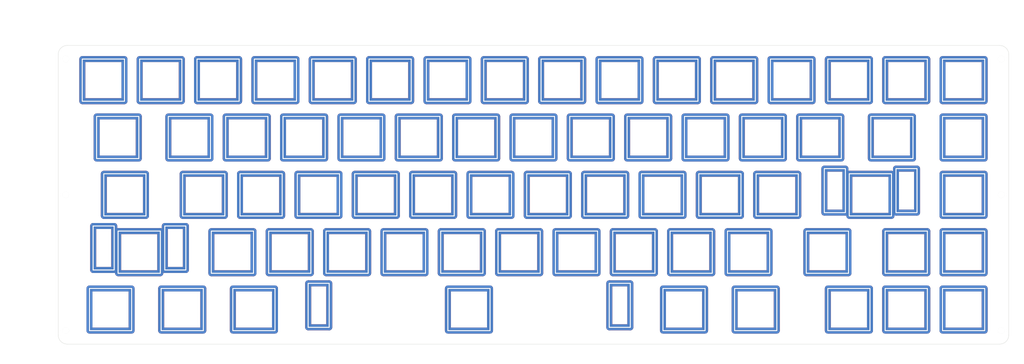
<source format=kicad_pcb>
(kicad_pcb (version 20171130) (host pcbnew "(5.1.5)-3")

  (general
    (thickness 1.6)
    (drawings 52)
    (tracks 0)
    (zones 0)
    (modules 84)
    (nets 1)
  )

  (page A3)
  (layers
    (0 F.Cu signal)
    (31 B.Cu signal)
    (32 B.Adhes user)
    (33 F.Adhes user)
    (34 B.Paste user)
    (35 F.Paste user)
    (36 B.SilkS user)
    (37 F.SilkS user)
    (38 B.Mask user)
    (39 F.Mask user)
    (40 Dwgs.User user)
    (41 Cmts.User user)
    (42 Eco1.User user)
    (43 Eco2.User user)
    (44 Edge.Cuts user)
    (45 Margin user)
    (46 B.CrtYd user)
    (47 F.CrtYd user)
    (48 B.Fab user)
    (49 F.Fab user)
  )

  (setup
    (last_trace_width 0.25)
    (user_trace_width 0.5)
    (user_trace_width 0.5)
    (trace_clearance 0.2)
    (zone_clearance 0.508)
    (zone_45_only no)
    (trace_min 0.2)
    (via_size 0.8)
    (via_drill 0.4)
    (via_min_size 0.4)
    (via_min_drill 0.3)
    (uvia_size 0.3)
    (uvia_drill 0.1)
    (uvias_allowed no)
    (uvia_min_size 0.2)
    (uvia_min_drill 0.1)
    (edge_width 0.1)
    (segment_width 0.2)
    (pcb_text_width 0.3)
    (pcb_text_size 1.5 1.5)
    (mod_edge_width 0.15)
    (mod_text_size 1 1)
    (mod_text_width 0.15)
    (pad_size 2.2 2.2)
    (pad_drill 2.2)
    (pad_to_mask_clearance 0)
    (solder_mask_min_width 0.25)
    (aux_axis_origin 0 0)
    (visible_elements 7FFFFFFF)
    (pcbplotparams
      (layerselection 0x21100_7ffffffe)
      (usegerberextensions true)
      (usegerberattributes false)
      (usegerberadvancedattributes false)
      (creategerberjobfile false)
      (excludeedgelayer true)
      (linewidth 0.100000)
      (plotframeref false)
      (viasonmask false)
      (mode 1)
      (useauxorigin false)
      (hpglpennumber 1)
      (hpglpenspeed 20)
      (hpglpendiameter 15.000000)
      (psnegative false)
      (psa4output false)
      (plotreference true)
      (plotvalue true)
      (plotinvisibletext false)
      (padsonsilk false)
      (subtractmaskfromsilk false)
      (outputformat 4)
      (mirror false)
      (drillshape 0)
      (scaleselection 1)
      (outputdirectory "C:/Users/サリチル酸/Desktop/"))
  )

  (net 0 "")

  (net_class Default "これはデフォルトのネット クラスです。"
    (clearance 0.2)
    (trace_width 0.25)
    (via_dia 0.8)
    (via_drill 0.4)
    (uvia_dia 0.3)
    (uvia_drill 0.1)
  )

  (module kbd_Hole:m2_Screw_Hole_Fab (layer F.Cu) (tedit 60A154F6) (tstamp 60A2FDC4)
    (at 331.825 120.25)
    (descr "Mounting Hole 2.2mm, no annular, M2")
    (tags "mounting hole 2.2mm no annular m2")
    (path /629E70FB)
    (attr virtual)
    (fp_text reference J17 (at 0 -3.2) (layer F.Fab) hide
      (effects (font (size 1 1) (thickness 0.15)))
    )
    (fp_text value Conn_01x01 (at 0 3.2) (layer F.Fab) hide
      (effects (font (size 1 1) (thickness 0.15)))
    )
    (fp_circle (center 0 0) (end 1.1 0) (layer F.Fab) (width 0.01))
    (fp_text user %R (at 0.3 0) (layer F.Fab) hide
      (effects (font (size 1 1) (thickness 0.15)))
    )
  )

  (module kbd_Hole:m2_Screw_Hole_Fab (layer F.Cu) (tedit 60A154F6) (tstamp 60A2FDBE)
    (at 331.825 66.65)
    (descr "Mounting Hole 2.2mm, no annular, M2")
    (tags "mounting hole 2.2mm no annular m2")
    (path /629E70E7)
    (attr virtual)
    (fp_text reference J16 (at 0 -3.2) (layer F.Fab) hide
      (effects (font (size 1 1) (thickness 0.15)))
    )
    (fp_text value Conn_01x01 (at 0 3.2) (layer F.Fab) hide
      (effects (font (size 1 1) (thickness 0.15)))
    )
    (fp_circle (center 0 0) (end 1.1 0) (layer F.Fab) (width 0.01))
    (fp_text user %R (at 0.3 0) (layer F.Fab) hide
      (effects (font (size 1 1) (thickness 0.15)))
    )
  )

  (module kbd_Hole:m2_Screw_Hole_Fab (layer F.Cu) (tedit 60A154F6) (tstamp 60A2FDB8)
    (at 331.825 13.05)
    (descr "Mounting Hole 2.2mm, no annular, M2")
    (tags "mounting hole 2.2mm no annular m2")
    (path /5CC9EE7D)
    (attr virtual)
    (fp_text reference J15 (at 0 -3.2) (layer F.Fab) hide
      (effects (font (size 1 1) (thickness 0.15)))
    )
    (fp_text value Conn_01x01 (at 0 3.2) (layer F.Fab) hide
      (effects (font (size 1 1) (thickness 0.15)))
    )
    (fp_circle (center 0 0) (end 1.1 0) (layer F.Fab) (width 0.01))
    (fp_text user %R (at 0.3 0) (layer F.Fab) hide
      (effects (font (size 1 1) (thickness 0.15)))
    )
  )

  (module kbd_Hole:m2_Screw_Hole_Fab (layer F.Cu) (tedit 60A154F6) (tstamp 60A2FDB2)
    (at 234.325 120.25)
    (descr "Mounting Hole 2.2mm, no annular, M2")
    (tags "mounting hole 2.2mm no annular m2")
    (path /5CC48CD6)
    (attr virtual)
    (fp_text reference J14 (at 0 -3.2) (layer F.Fab) hide
      (effects (font (size 1 1) (thickness 0.15)))
    )
    (fp_text value Conn_01x01 (at 0 3.2) (layer F.Fab) hide
      (effects (font (size 1 1) (thickness 0.15)))
    )
    (fp_circle (center 0 0) (end 1.1 0) (layer F.Fab) (width 0.01))
    (fp_text user %R (at 0.3 0) (layer F.Fab) hide
      (effects (font (size 1 1) (thickness 0.15)))
    )
  )

  (module kbd_Hole:m2_Screw_Hole_Fab (layer F.Cu) (tedit 60A154F6) (tstamp 60A2FDAC)
    (at 108.575 120.25)
    (descr "Mounting Hole 2.2mm, no annular, M2")
    (tags "mounting hole 2.2mm no annular m2")
    (path /629102FD)
    (attr virtual)
    (fp_text reference J13 (at 0 -3.2) (layer F.Fab) hide
      (effects (font (size 1 1) (thickness 0.15)))
    )
    (fp_text value Conn_01x01 (at 0 3.2) (layer F.Fab) hide
      (effects (font (size 1 1) (thickness 0.15)))
    )
    (fp_circle (center 0 0) (end 1.1 0) (layer F.Fab) (width 0.01))
    (fp_text user %R (at 0.3 0) (layer F.Fab) hide
      (effects (font (size 1 1) (thickness 0.15)))
    )
  )

  (module kbd_Hole:m2_Screw_Hole_Fab (layer F.Cu) (tedit 60A154F6) (tstamp 60A2FDA6)
    (at 234.325 13.05)
    (descr "Mounting Hole 2.2mm, no annular, M2")
    (tags "mounting hole 2.2mm no annular m2")
    (path /629102E9)
    (attr virtual)
    (fp_text reference J12 (at 0 -3.2) (layer F.Fab) hide
      (effects (font (size 1 1) (thickness 0.15)))
    )
    (fp_text value Conn_01x01 (at 0 3.2) (layer F.Fab) hide
      (effects (font (size 1 1) (thickness 0.15)))
    )
    (fp_circle (center 0 0) (end 1.1 0) (layer F.Fab) (width 0.01))
    (fp_text user %R (at 0.3 0) (layer F.Fab) hide
      (effects (font (size 1 1) (thickness 0.15)))
    )
  )

  (module kbd_Hole:m2_Screw_Hole_Fab (layer F.Cu) (tedit 60A154F6) (tstamp 60A2FDA0)
    (at 108.575 13.05)
    (descr "Mounting Hole 2.2mm, no annular, M2")
    (tags "mounting hole 2.2mm no annular m2")
    (path /64540392)
    (attr virtual)
    (fp_text reference J11 (at 0 -3.2) (layer F.Fab) hide
      (effects (font (size 1 1) (thickness 0.15)))
    )
    (fp_text value Conn_01x01 (at 0 3.2) (layer F.Fab) hide
      (effects (font (size 1 1) (thickness 0.15)))
    )
    (fp_circle (center 0 0) (end 1.1 0) (layer F.Fab) (width 0.01))
    (fp_text user %R (at 0.3 0) (layer F.Fab) hide
      (effects (font (size 1 1) (thickness 0.15)))
    )
  )

  (module kbd_Hole:m2_Screw_Hole_Fab (layer F.Cu) (tedit 60A154F6) (tstamp 60A2FD9A)
    (at 11.075 120.25)
    (descr "Mounting Hole 2.2mm, no annular, M2")
    (tags "mounting hole 2.2mm no annular m2")
    (path /6454037E)
    (attr virtual)
    (fp_text reference J10 (at 0 -3.2) (layer F.Fab) hide
      (effects (font (size 1 1) (thickness 0.15)))
    )
    (fp_text value Conn_01x01 (at 0 3.2) (layer F.Fab) hide
      (effects (font (size 1 1) (thickness 0.15)))
    )
    (fp_circle (center 0 0) (end 1.1 0) (layer F.Fab) (width 0.01))
    (fp_text user %R (at 0.3 0) (layer F.Fab) hide
      (effects (font (size 1 1) (thickness 0.15)))
    )
  )

  (module kbd_Hole:m2_Screw_Hole_Fab (layer F.Cu) (tedit 60A154F6) (tstamp 60A2FD94)
    (at 11.075 66.65)
    (descr "Mounting Hole 2.2mm, no annular, M2")
    (tags "mounting hole 2.2mm no annular m2")
    (path /629E7105)
    (attr virtual)
    (fp_text reference J9 (at 0 -3.2) (layer F.Fab) hide
      (effects (font (size 1 1) (thickness 0.15)))
    )
    (fp_text value Conn_01x01 (at 0 3.2) (layer F.Fab) hide
      (effects (font (size 1 1) (thickness 0.15)))
    )
    (fp_circle (center 0 0) (end 1.1 0) (layer F.Fab) (width 0.01))
    (fp_text user %R (at 0.3 0) (layer F.Fab) hide
      (effects (font (size 1 1) (thickness 0.15)))
    )
  )

  (module kbd_Hole:m2_Screw_Hole_Fab (layer F.Cu) (tedit 60A154F6) (tstamp 60A2FD8E)
    (at 11.075 13.05)
    (descr "Mounting Hole 2.2mm, no annular, M2")
    (tags "mounting hole 2.2mm no annular m2")
    (path /629E70F1)
    (attr virtual)
    (fp_text reference J8 (at 0 -3.2) (layer F.Fab) hide
      (effects (font (size 1 1) (thickness 0.15)))
    )
    (fp_text value Conn_01x01 (at 0 3.2) (layer F.Fab) hide
      (effects (font (size 1 1) (thickness 0.15)))
    )
    (fp_circle (center 0 0) (end 1.1 0) (layer F.Fab) (width 0.01))
    (fp_text user %R (at 0.3 0) (layer F.Fab) hide
      (effects (font (size 1 1) (thickness 0.15)))
    )
  )

  (module kbd_Hole:m2_Screw_Hole_EdgeCuts (layer F.Cu) (tedit 5DA73E67) (tstamp 60A2FD88)
    (at 326.825 111.75)
    (descr "Mounting Hole 2.2mm, no annular, M2")
    (tags "mounting hole 2.2mm no annular m2")
    (path /5CC9EE92)
    (attr virtual)
    (fp_text reference J7 (at 0 -3.2) (layer F.Fab) hide
      (effects (font (size 1 1) (thickness 0.15)))
    )
    (fp_text value Conn_01x01 (at 0 3.2) (layer F.Fab) hide
      (effects (font (size 1 1) (thickness 0.15)))
    )
    (fp_circle (center 0 0) (end 1.1 0) (layer Edge.Cuts) (width 0.01))
    (fp_text user %R (at 0.3 0) (layer F.Fab) hide
      (effects (font (size 1 1) (thickness 0.15)))
    )
  )

  (module kbd_Hole:m2_Screw_Hole_EdgeCuts (layer F.Cu) (tedit 5DA73E67) (tstamp 60A2FD7C)
    (at 326.825 21.55)
    (descr "Mounting Hole 2.2mm, no annular, M2")
    (tags "mounting hole 2.2mm no annular m2")
    (path /6291030E)
    (attr virtual)
    (fp_text reference J5 (at 0 -3.2) (layer F.Fab) hide
      (effects (font (size 1 1) (thickness 0.15)))
    )
    (fp_text value Conn_01x01 (at 0 3.2) (layer F.Fab) hide
      (effects (font (size 1 1) (thickness 0.15)))
    )
    (fp_circle (center 0 0) (end 1.1 0) (layer Edge.Cuts) (width 0.01))
    (fp_text user %R (at 0.3 0) (layer F.Fab) hide
      (effects (font (size 1 1) (thickness 0.15)))
    )
  )

  (module kbd_Hole:m2_Screw_Hole_EdgeCuts (layer F.Cu) (tedit 5DA73E67) (tstamp 60A2FD76)
    (at 16.075 111.75)
    (descr "Mounting Hole 2.2mm, no annular, M2")
    (tags "mounting hole 2.2mm no annular m2")
    (path /629102F3)
    (attr virtual)
    (fp_text reference J4 (at 0 -3.2) (layer F.Fab) hide
      (effects (font (size 1 1) (thickness 0.15)))
    )
    (fp_text value Conn_01x01 (at 0 3.2) (layer F.Fab) hide
      (effects (font (size 1 1) (thickness 0.15)))
    )
    (fp_circle (center 0 0) (end 1.1 0) (layer Edge.Cuts) (width 0.01))
    (fp_text user %R (at 0.3 0) (layer F.Fab) hide
      (effects (font (size 1 1) (thickness 0.15)))
    )
  )

  (module kbd_Hole:m2_Screw_Hole_EdgeCuts (layer F.Cu) (tedit 5DA73E67) (tstamp 60A2FD70)
    (at 16.075 66.65)
    (descr "Mounting Hole 2.2mm, no annular, M2")
    (tags "mounting hole 2.2mm no annular m2")
    (path /6454039C)
    (attr virtual)
    (fp_text reference J3 (at 0 -3.2) (layer F.Fab) hide
      (effects (font (size 1 1) (thickness 0.15)))
    )
    (fp_text value Conn_01x01 (at 0 3.2) (layer F.Fab) hide
      (effects (font (size 1 1) (thickness 0.15)))
    )
    (fp_circle (center 0 0) (end 1.1 0) (layer Edge.Cuts) (width 0.01))
    (fp_text user %R (at 0.3 0) (layer F.Fab) hide
      (effects (font (size 1 1) (thickness 0.15)))
    )
  )

  (module kbd_Hole:m2_Screw_Hole_EdgeCuts (layer F.Cu) (tedit 5DA73E67) (tstamp 60A2FD6A)
    (at 16.075 21.55)
    (descr "Mounting Hole 2.2mm, no annular, M2")
    (tags "mounting hole 2.2mm no annular m2")
    (path /64540388)
    (attr virtual)
    (fp_text reference J2 (at 0 -3.2) (layer F.Fab) hide
      (effects (font (size 1 1) (thickness 0.15)))
    )
    (fp_text value Conn_01x01 (at 0 3.2) (layer F.Fab) hide
      (effects (font (size 1 1) (thickness 0.15)))
    )
    (fp_circle (center 0 0) (end 1.1 0) (layer Edge.Cuts) (width 0.01))
    (fp_text user %R (at 0.3 0) (layer F.Fab) hide
      (effects (font (size 1 1) (thickness 0.15)))
    )
  )

  (module kbd_Hole:m2_Screw_Hole_EdgeCuts (layer F.Cu) (tedit 5DA73E67) (tstamp 60A2FD82)
    (at 326.825 66.65)
    (descr "Mounting Hole 2.2mm, no annular, M2")
    (tags "mounting hole 2.2mm no annular m2")
    (path /5CC48CEB)
    (attr virtual)
    (fp_text reference J6 (at 0 -3.2) (layer F.Fab) hide
      (effects (font (size 1 1) (thickness 0.15)))
    )
    (fp_text value Conn_01x01 (at 0 3.2) (layer F.Fab) hide
      (effects (font (size 1 1) (thickness 0.15)))
    )
    (fp_circle (center 0 0) (end 1.1 0) (layer Edge.Cuts) (width 0.01))
    (fp_text user %R (at 0.3 0) (layer F.Fab) hide
      (effects (font (size 1 1) (thickness 0.15)))
    )
  )

  (module kbd_SW_Hole:SW_Hole_TH_6.25 (layer F.Cu) (tedit 60C77579) (tstamp 60B41885)
    (at 150.01875 104.775 180)
    (path /5C3DCEFA)
    (fp_text reference SW8 (at 7 8.1) (layer F.SilkS) hide
      (effects (font (size 1 1) (thickness 0.15)))
    )
    (fp_text value SW_PUSH (at -7.4 -8.1) (layer F.Fab) hide
      (effects (font (size 1 1) (thickness 0.15)))
    )
    (fp_line (start 59.53125 9.525) (end 59.53125 -9.525) (layer F.Fab) (width 0.15))
    (fp_line (start -59.53125 9.525) (end 59.53125 9.525) (layer F.Fab) (width 0.15))
    (fp_line (start -59.53125 -9.525) (end -59.53125 9.525) (layer F.Fab) (width 0.15))
    (fp_line (start 59.53125 -9.525) (end -59.53125 -9.525) (layer F.Fab) (width 0.15))
    (fp_line (start -7.1 7.1) (end -7.1 -7.1) (layer Edge.Cuts) (width 0.15))
    (fp_line (start 7.1 7.1) (end -7.1 7.1) (layer Edge.Cuts) (width 0.15))
    (fp_line (start 7.1 -7.1) (end 7.1 7.1) (layer Edge.Cuts) (width 0.15))
    (fp_line (start -7.1 -7.1) (end 7.1 -7.1) (layer Edge.Cuts) (width 0.15))
    (fp_line (start 46.51 -6) (end 46.51 8.8) (layer Edge.Cuts) (width 0.12))
    (fp_line (start 46.51 8.8) (end 53.51 8.8) (layer Edge.Cuts) (width 0.12))
    (fp_line (start 53.51 8.8) (end 53.51 -6) (layer Edge.Cuts) (width 0.12))
    (fp_line (start 53.51 -6) (end 46.51 -6) (layer Edge.Cuts) (width 0.12))
    (fp_line (start -46.51 -6) (end -46.51 8.8) (layer Edge.Cuts) (width 0.12))
    (fp_line (start -46.51 8.8) (end -53.51 8.8) (layer Edge.Cuts) (width 0.12))
    (fp_line (start -53.51 8.8) (end -53.51 -6) (layer Edge.Cuts) (width 0.12))
    (fp_line (start -53.51 -6) (end -46.51 -6) (layer Edge.Cuts) (width 0.12))
    (pad 1 thru_hole oval (at -53.61 1.4 180) (size 2 16.6) (drill oval 0.3 14.9) (layers *.Cu *.Mask))
    (pad 1 thru_hole oval (at -46.61 1.4 180) (size 2 16.6) (drill oval 0.3 14.9) (layers *.Cu *.Mask))
    (pad 1 thru_hole oval (at -50.11 -5.9 270) (size 2 8.8) (drill oval 0.3 7.2) (layers *.Cu *.Mask))
    (pad 1 thru_hole oval (at -50.11 8.7 270) (size 2 8.8) (drill oval 0.3 7.2) (layers *.Cu *.Mask))
    (pad 1 thru_hole oval (at 49.91 8.7 270) (size 2 8.8) (drill oval 0.3 7.2) (layers *.Cu *.Mask))
    (pad 1 thru_hole oval (at -7 0 180) (size 2 15.9) (drill oval 0.3 14.2) (layers *.Cu *.Mask))
    (pad 1 thru_hole oval (at 7 0 180) (size 2 15.9) (drill oval 0.3 14.2) (layers *.Cu *.Mask))
    (pad 1 thru_hole oval (at 0 -7 270) (size 2 15.9) (drill oval 0.3 14.2) (layers *.Cu *.Mask))
    (pad 1 thru_hole oval (at 0 7 270) (size 2 15.9) (drill oval 0.3 14.2) (layers *.Cu *.Mask))
    (pad 1 thru_hole oval (at 53.41 1.4 180) (size 2 16.6) (drill oval 0.3 14.9) (layers *.Cu *.Mask))
    (pad 1 thru_hole oval (at 46.41 1.4 180) (size 2 16.6) (drill oval 0.3 14.9) (layers *.Cu *.Mask))
    (pad 1 thru_hole oval (at 49.91 -5.9 270) (size 2 8.8) (drill oval 0.3 7.2) (layers *.Cu *.Mask))
  )

  (module kbd_SW_Hole:SW_Hole_TH_2.25 (layer F.Cu) (tedit 60C76AB5) (tstamp 60B3BB7B)
    (at 283.36875 66.675 180)
    (fp_text reference SW4 (at 7 8.1) (layer Edge.Cuts) hide
      (effects (font (size 1 1) (thickness 0.15)))
    )
    (fp_text value KEY_SWITCH (at -7.4 -8.1) (layer F.Fab) hide
      (effects (font (size 1 1) (thickness 0.15)))
    )
    (fp_line (start 21.43125 9.525) (end 21.43125 -9.525) (layer F.Fab) (width 0.15))
    (fp_line (start -21.43125 9.525) (end 21.43125 9.525) (layer F.Fab) (width 0.15))
    (fp_line (start -21.43125 -9.525) (end -21.43125 9.525) (layer F.Fab) (width 0.15))
    (fp_line (start 21.43125 -9.525) (end -21.43125 -9.525) (layer F.Fab) (width 0.15))
    (fp_line (start -7.1 7.1) (end -7.1 -7.1) (layer Edge.Cuts) (width 0.15))
    (fp_line (start 7.1 7.1) (end -7.1 7.1) (layer Edge.Cuts) (width 0.15))
    (fp_line (start 7.1 -7.1) (end 7.1 7.1) (layer Edge.Cuts) (width 0.15))
    (fp_line (start -7.1 -7.1) (end 7.1 -7.1) (layer Edge.Cuts) (width 0.15))
    (fp_line (start 8.4 -6) (end 8.4 8.8) (layer Edge.Cuts) (width 0.12))
    (fp_line (start 8.4 8.8) (end 15.4 8.8) (layer Edge.Cuts) (width 0.12))
    (fp_line (start 15.4 8.8) (end 15.4 -6) (layer Edge.Cuts) (width 0.12))
    (fp_line (start 15.4 -6) (end 8.4 -6) (layer Edge.Cuts) (width 0.12))
    (fp_line (start -8.4 -6) (end -8.4 8.8) (layer Edge.Cuts) (width 0.12))
    (fp_line (start -8.4 8.8) (end -15.4 8.8) (layer Edge.Cuts) (width 0.12))
    (fp_line (start -15.4 8.8) (end -15.4 -6) (layer Edge.Cuts) (width 0.12))
    (fp_line (start -15.4 -6) (end -8.4 -6) (layer Edge.Cuts) (width 0.12))
    (pad 1 thru_hole oval (at -15.5 1.4 180) (size 2 16.6) (drill oval 0.3 14.9) (layers *.Cu *.Mask))
    (pad 1 thru_hole oval (at -8.5 1.4 180) (size 2 16.6) (drill oval 0.3 14.9) (layers *.Cu *.Mask))
    (pad 1 thru_hole oval (at -12 -5.9 270) (size 2 8.8) (drill oval 0.3 7.2) (layers *.Cu *.Mask))
    (pad 1 thru_hole oval (at -12 8.7 270) (size 2 8.8) (drill oval 0.3 7.2) (layers *.Cu *.Mask))
    (pad 1 thru_hole oval (at 11.8 8.7 270) (size 2 8.8) (drill oval 0.3 7.2) (layers *.Cu *.Mask))
    (pad 1 thru_hole oval (at -7 0 180) (size 2 15.9) (drill oval 0.3 14.2) (layers *.Cu *.Mask))
    (pad 1 thru_hole oval (at 7 0 180) (size 2 15.9) (drill oval 0.3 14.2) (layers *.Cu *.Mask))
    (pad 1 thru_hole oval (at 0 -7 270) (size 2 15.9) (drill oval 0.3 14.2) (layers *.Cu *.Mask))
    (pad 1 thru_hole oval (at 0 7 270) (size 2 15.9) (drill oval 0.3 14.2) (layers *.Cu *.Mask))
    (pad 1 thru_hole oval (at 15.3 1.4 180) (size 2 16.6) (drill oval 0.3 14.9) (layers *.Cu *.Mask))
    (pad 1 thru_hole oval (at 8.3 1.4 180) (size 2 16.6) (drill oval 0.3 14.9) (layers *.Cu *.Mask))
    (pad 1 thru_hole oval (at 11.8 -5.9 270) (size 2 8.8) (drill oval 0.3 7.2) (layers *.Cu *.Mask))
  )

  (module kbd_SW_Hole:SW_Hole_TH_2.25 (layer F.Cu) (tedit 60C76AB5) (tstamp 60A290EB)
    (at 40.48125 85.725 180)
    (fp_text reference SW4 (at 7 8.1) (layer Edge.Cuts) hide
      (effects (font (size 1 1) (thickness 0.15)))
    )
    (fp_text value KEY_SWITCH (at -7.4 -8.1) (layer F.Fab) hide
      (effects (font (size 1 1) (thickness 0.15)))
    )
    (fp_line (start 21.43125 9.525) (end 21.43125 -9.525) (layer F.Fab) (width 0.15))
    (fp_line (start -21.43125 9.525) (end 21.43125 9.525) (layer F.Fab) (width 0.15))
    (fp_line (start -21.43125 -9.525) (end -21.43125 9.525) (layer F.Fab) (width 0.15))
    (fp_line (start 21.43125 -9.525) (end -21.43125 -9.525) (layer F.Fab) (width 0.15))
    (fp_line (start -7.1 7.1) (end -7.1 -7.1) (layer Edge.Cuts) (width 0.15))
    (fp_line (start 7.1 7.1) (end -7.1 7.1) (layer Edge.Cuts) (width 0.15))
    (fp_line (start 7.1 -7.1) (end 7.1 7.1) (layer Edge.Cuts) (width 0.15))
    (fp_line (start -7.1 -7.1) (end 7.1 -7.1) (layer Edge.Cuts) (width 0.15))
    (fp_line (start 8.4 -6) (end 8.4 8.8) (layer Edge.Cuts) (width 0.12))
    (fp_line (start 8.4 8.8) (end 15.4 8.8) (layer Edge.Cuts) (width 0.12))
    (fp_line (start 15.4 8.8) (end 15.4 -6) (layer Edge.Cuts) (width 0.12))
    (fp_line (start 15.4 -6) (end 8.4 -6) (layer Edge.Cuts) (width 0.12))
    (fp_line (start -8.4 -6) (end -8.4 8.8) (layer Edge.Cuts) (width 0.12))
    (fp_line (start -8.4 8.8) (end -15.4 8.8) (layer Edge.Cuts) (width 0.12))
    (fp_line (start -15.4 8.8) (end -15.4 -6) (layer Edge.Cuts) (width 0.12))
    (fp_line (start -15.4 -6) (end -8.4 -6) (layer Edge.Cuts) (width 0.12))
    (pad 1 thru_hole oval (at -15.5 1.4 180) (size 2 16.6) (drill oval 0.3 14.9) (layers *.Cu *.Mask))
    (pad 1 thru_hole oval (at -8.5 1.4 180) (size 2 16.6) (drill oval 0.3 14.9) (layers *.Cu *.Mask))
    (pad 1 thru_hole oval (at -12 -5.9 270) (size 2 8.8) (drill oval 0.3 7.2) (layers *.Cu *.Mask))
    (pad 1 thru_hole oval (at -12 8.7 270) (size 2 8.8) (drill oval 0.3 7.2) (layers *.Cu *.Mask))
    (pad 1 thru_hole oval (at 11.8 8.7 270) (size 2 8.8) (drill oval 0.3 7.2) (layers *.Cu *.Mask))
    (pad 1 thru_hole oval (at -7 0 180) (size 2 15.9) (drill oval 0.3 14.2) (layers *.Cu *.Mask))
    (pad 1 thru_hole oval (at 7 0 180) (size 2 15.9) (drill oval 0.3 14.2) (layers *.Cu *.Mask))
    (pad 1 thru_hole oval (at 0 -7 270) (size 2 15.9) (drill oval 0.3 14.2) (layers *.Cu *.Mask))
    (pad 1 thru_hole oval (at 0 7 270) (size 2 15.9) (drill oval 0.3 14.2) (layers *.Cu *.Mask))
    (pad 1 thru_hole oval (at 15.3 1.4 180) (size 2 16.6) (drill oval 0.3 14.9) (layers *.Cu *.Mask))
    (pad 1 thru_hole oval (at 8.3 1.4 180) (size 2 16.6) (drill oval 0.3 14.9) (layers *.Cu *.Mask))
    (pad 1 thru_hole oval (at 11.8 -5.9 270) (size 2 8.8) (drill oval 0.3 7.2) (layers *.Cu *.Mask))
  )

  (module kbd_SW_Hole:SW_Hole_TH_1.25 (layer F.Cu) (tedit 60C76526) (tstamp 60B3B92F)
    (at 78.58125 104.775)
    (path /5CAAE83E)
    (fp_text reference SW7 (at 7 8.1) (layer F.SilkS) hide
      (effects (font (size 1 1) (thickness 0.15)))
    )
    (fp_text value SW_PUSH (at -7.4 -8.1) (layer F.Fab) hide
      (effects (font (size 1 1) (thickness 0.15)))
    )
    (fp_line (start 7.1 7.1) (end -7.1 7.1) (layer Edge.Cuts) (width 0.12))
    (fp_line (start -7.1 -7.1) (end 7.1 -7.1) (layer Edge.Cuts) (width 0.12))
    (fp_line (start -7.1 7.1) (end -7.1 -7.1) (layer Edge.Cuts) (width 0.12))
    (fp_line (start 7 7) (end -7 7) (layer Edge.Cuts) (width 0.12))
    (fp_line (start 7.1 -7.1) (end 7.1 7.1) (layer Edge.Cuts) (width 0.12))
    (fp_line (start 11.90625 9.525) (end 11.90625 -9.525) (layer F.Fab) (width 0.15))
    (fp_line (start -11.90625 9.525) (end 11.90625 9.525) (layer F.Fab) (width 0.15))
    (fp_line (start -11.90625 -9.525) (end -11.90625 9.525) (layer F.Fab) (width 0.15))
    (fp_line (start 11.90625 -9.525) (end -11.90625 -9.525) (layer F.Fab) (width 0.15))
    (pad 1 thru_hole oval (at 7 0) (size 2 15.9) (drill oval 0.3 14.2) (layers *.Cu *.Mask))
    (pad 1 thru_hole oval (at -7 0) (size 2 15.9) (drill oval 0.3 14.2) (layers *.Cu *.Mask))
    (pad 1 thru_hole oval (at 0 7 90) (size 2 15.9) (drill oval 0.3 14.2) (layers *.Cu *.Mask))
    (pad 1 thru_hole oval (at 0 -7 90) (size 2 15.9) (drill oval 0.3 14.2) (layers *.Cu *.Mask))
  )

  (module kbd_SW_Hole:SW_Hole_TH_1.25 (layer F.Cu) (tedit 60C76526) (tstamp 60A299D0)
    (at 221.45625 104.775)
    (path /5C6AB630)
    (fp_text reference SW5 (at 7 8.1) (layer F.SilkS) hide
      (effects (font (size 1 1) (thickness 0.15)))
    )
    (fp_text value SW_PUSH (at -7.4 -8.1) (layer F.Fab) hide
      (effects (font (size 1 1) (thickness 0.15)))
    )
    (fp_line (start 7.1 7.1) (end -7.1 7.1) (layer Edge.Cuts) (width 0.12))
    (fp_line (start -7.1 -7.1) (end 7.1 -7.1) (layer Edge.Cuts) (width 0.12))
    (fp_line (start -7.1 7.1) (end -7.1 -7.1) (layer Edge.Cuts) (width 0.12))
    (fp_line (start 7 7) (end -7 7) (layer Edge.Cuts) (width 0.12))
    (fp_line (start 7.1 -7.1) (end 7.1 7.1) (layer Edge.Cuts) (width 0.12))
    (fp_line (start 11.90625 9.525) (end 11.90625 -9.525) (layer F.Fab) (width 0.15))
    (fp_line (start -11.90625 9.525) (end 11.90625 9.525) (layer F.Fab) (width 0.15))
    (fp_line (start -11.90625 -9.525) (end -11.90625 9.525) (layer F.Fab) (width 0.15))
    (fp_line (start 11.90625 -9.525) (end -11.90625 -9.525) (layer F.Fab) (width 0.15))
    (pad 1 thru_hole oval (at 7 0) (size 2 15.9) (drill oval 0.3 14.2) (layers *.Cu *.Mask))
    (pad 1 thru_hole oval (at -7 0) (size 2 15.9) (drill oval 0.3 14.2) (layers *.Cu *.Mask))
    (pad 1 thru_hole oval (at 0 7 90) (size 2 15.9) (drill oval 0.3 14.2) (layers *.Cu *.Mask))
    (pad 1 thru_hole oval (at 0 -7 90) (size 2 15.9) (drill oval 0.3 14.2) (layers *.Cu *.Mask))
  )

  (module kbd_SW_Hole:SW_Hole_TH_1.25 (layer F.Cu) (tedit 60C76526) (tstamp 60A299BA)
    (at 245.26875 104.775)
    (path /5C6AB630)
    (fp_text reference SW5 (at 7 8.1) (layer F.SilkS) hide
      (effects (font (size 1 1) (thickness 0.15)))
    )
    (fp_text value SW_PUSH (at -7.4 -8.1) (layer F.Fab) hide
      (effects (font (size 1 1) (thickness 0.15)))
    )
    (fp_line (start 7.1 7.1) (end -7.1 7.1) (layer Edge.Cuts) (width 0.12))
    (fp_line (start -7.1 -7.1) (end 7.1 -7.1) (layer Edge.Cuts) (width 0.12))
    (fp_line (start -7.1 7.1) (end -7.1 -7.1) (layer Edge.Cuts) (width 0.12))
    (fp_line (start 7 7) (end -7 7) (layer Edge.Cuts) (width 0.12))
    (fp_line (start 7.1 -7.1) (end 7.1 7.1) (layer Edge.Cuts) (width 0.12))
    (fp_line (start 11.90625 9.525) (end 11.90625 -9.525) (layer F.Fab) (width 0.15))
    (fp_line (start -11.90625 9.525) (end 11.90625 9.525) (layer F.Fab) (width 0.15))
    (fp_line (start -11.90625 -9.525) (end -11.90625 9.525) (layer F.Fab) (width 0.15))
    (fp_line (start 11.90625 -9.525) (end -11.90625 -9.525) (layer F.Fab) (width 0.15))
    (pad 1 thru_hole oval (at 7 0) (size 2 15.9) (drill oval 0.3 14.2) (layers *.Cu *.Mask))
    (pad 1 thru_hole oval (at -7 0) (size 2 15.9) (drill oval 0.3 14.2) (layers *.Cu *.Mask))
    (pad 1 thru_hole oval (at 0 7 90) (size 2 15.9) (drill oval 0.3 14.2) (layers *.Cu *.Mask))
    (pad 1 thru_hole oval (at 0 -7 90) (size 2 15.9) (drill oval 0.3 14.2) (layers *.Cu *.Mask))
  )

  (module kbd_SW_Hole:SW_Hole_TH_1.25 (layer F.Cu) (tedit 60C76526) (tstamp 60524BCB)
    (at 30.95625 104.775)
    (path /5CAAE83E)
    (fp_text reference SW7 (at 7 8.1) (layer F.SilkS) hide
      (effects (font (size 1 1) (thickness 0.15)))
    )
    (fp_text value SW_PUSH (at -7.4 -8.1) (layer F.Fab) hide
      (effects (font (size 1 1) (thickness 0.15)))
    )
    (fp_line (start 7.1 7.1) (end -7.1 7.1) (layer Edge.Cuts) (width 0.12))
    (fp_line (start -7.1 -7.1) (end 7.1 -7.1) (layer Edge.Cuts) (width 0.12))
    (fp_line (start -7.1 7.1) (end -7.1 -7.1) (layer Edge.Cuts) (width 0.12))
    (fp_line (start 7 7) (end -7 7) (layer Edge.Cuts) (width 0.12))
    (fp_line (start 7.1 -7.1) (end 7.1 7.1) (layer Edge.Cuts) (width 0.12))
    (fp_line (start 11.90625 9.525) (end 11.90625 -9.525) (layer F.Fab) (width 0.15))
    (fp_line (start -11.90625 9.525) (end 11.90625 9.525) (layer F.Fab) (width 0.15))
    (fp_line (start -11.90625 -9.525) (end -11.90625 9.525) (layer F.Fab) (width 0.15))
    (fp_line (start 11.90625 -9.525) (end -11.90625 -9.525) (layer F.Fab) (width 0.15))
    (pad 1 thru_hole oval (at 7 0) (size 2 15.9) (drill oval 0.3 14.2) (layers *.Cu *.Mask))
    (pad 1 thru_hole oval (at -7 0) (size 2 15.9) (drill oval 0.3 14.2) (layers *.Cu *.Mask))
    (pad 1 thru_hole oval (at 0 7 90) (size 2 15.9) (drill oval 0.3 14.2) (layers *.Cu *.Mask))
    (pad 1 thru_hole oval (at 0 -7 90) (size 2 15.9) (drill oval 0.3 14.2) (layers *.Cu *.Mask))
  )

  (module kbd_SW_Hole:SW_Hole_TH_1.25 (layer F.Cu) (tedit 60C76526) (tstamp 5CB90BF3)
    (at 54.76875 104.775)
    (path /5CAAE83E)
    (fp_text reference SW7 (at 7 8.1) (layer F.SilkS) hide
      (effects (font (size 1 1) (thickness 0.15)))
    )
    (fp_text value SW_PUSH (at -7.4 -8.1) (layer F.Fab) hide
      (effects (font (size 1 1) (thickness 0.15)))
    )
    (fp_line (start 7.1 7.1) (end -7.1 7.1) (layer Edge.Cuts) (width 0.12))
    (fp_line (start -7.1 -7.1) (end 7.1 -7.1) (layer Edge.Cuts) (width 0.12))
    (fp_line (start -7.1 7.1) (end -7.1 -7.1) (layer Edge.Cuts) (width 0.12))
    (fp_line (start 7 7) (end -7 7) (layer Edge.Cuts) (width 0.12))
    (fp_line (start 7.1 -7.1) (end 7.1 7.1) (layer Edge.Cuts) (width 0.12))
    (fp_line (start 11.90625 9.525) (end 11.90625 -9.525) (layer F.Fab) (width 0.15))
    (fp_line (start -11.90625 9.525) (end 11.90625 9.525) (layer F.Fab) (width 0.15))
    (fp_line (start -11.90625 -9.525) (end -11.90625 9.525) (layer F.Fab) (width 0.15))
    (fp_line (start 11.90625 -9.525) (end -11.90625 -9.525) (layer F.Fab) (width 0.15))
    (pad 1 thru_hole oval (at 7 0) (size 2 15.9) (drill oval 0.3 14.2) (layers *.Cu *.Mask))
    (pad 1 thru_hole oval (at -7 0) (size 2 15.9) (drill oval 0.3 14.2) (layers *.Cu *.Mask))
    (pad 1 thru_hole oval (at 0 7 90) (size 2 15.9) (drill oval 0.3 14.2) (layers *.Cu *.Mask))
    (pad 1 thru_hole oval (at 0 -7 90) (size 2 15.9) (drill oval 0.3 14.2) (layers *.Cu *.Mask))
  )

  (module kbd_SW_Hole:SW_Hole_TH_1.75 (layer F.Cu) (tedit 60C7658E) (tstamp 60A296AC)
    (at 269.08125 85.725)
    (path /5C3DCEFA)
    (fp_text reference SW8 (at 7 8.1) (layer F.SilkS) hide
      (effects (font (size 1 1) (thickness 0.15)))
    )
    (fp_text value SW_PUSH (at -7.4 -8.1) (layer F.Fab) hide
      (effects (font (size 1 1) (thickness 0.15)))
    )
    (fp_line (start 7.1 7.1) (end -7.1 7.1) (layer Edge.Cuts) (width 0.12))
    (fp_line (start -7.1 -7.1) (end 7.1 -7.1) (layer Edge.Cuts) (width 0.12))
    (fp_line (start -7.1 7.1) (end -7.1 -7.1) (layer Edge.Cuts) (width 0.12))
    (fp_line (start 7 7) (end -7 7) (layer Edge.Cuts) (width 0.12))
    (fp_line (start 7.1 -7.1) (end 7.1 7.1) (layer Edge.Cuts) (width 0.12))
    (fp_line (start 16.66875 9.525) (end 16.66875 -9.525) (layer F.Fab) (width 0.15))
    (fp_line (start -16.66875 9.525) (end 16.66875 9.525) (layer F.Fab) (width 0.15))
    (fp_line (start -16.66875 -9.525) (end -16.66875 9.525) (layer F.Fab) (width 0.15))
    (fp_line (start 16.66875 -9.525) (end -16.66875 -9.525) (layer F.Fab) (width 0.15))
    (pad 1 thru_hole oval (at 7 0) (size 2 15.9) (drill oval 0.3 14.2) (layers *.Cu *.Mask))
    (pad 1 thru_hole oval (at -7 0) (size 2 15.9) (drill oval 0.3 14.2) (layers *.Cu *.Mask))
    (pad 1 thru_hole oval (at 0 7 90) (size 2 15.9) (drill oval 0.3 14.2) (layers *.Cu *.Mask))
    (pad 1 thru_hole oval (at 0 -7 90) (size 2 15.9) (drill oval 0.3 14.2) (layers *.Cu *.Mask))
  )

  (module kbd_SW_Hole:SW_Hole_TH_1.75 (layer F.Cu) (tedit 60C7658E) (tstamp 5CF70F1B)
    (at 35.71875 66.675)
    (path /5CAAE847)
    (fp_text reference SW3 (at 7 8.1) (layer Edge.Cuts) hide
      (effects (font (size 1 1) (thickness 0.15)))
    )
    (fp_text value SW_PUSH (at -7.4 -8.1) (layer F.Fab) hide
      (effects (font (size 1 1) (thickness 0.15)))
    )
    (fp_line (start 7.1 7.1) (end -7.1 7.1) (layer Edge.Cuts) (width 0.12))
    (fp_line (start -7.1 -7.1) (end 7.1 -7.1) (layer Edge.Cuts) (width 0.12))
    (fp_line (start -7.1 7.1) (end -7.1 -7.1) (layer Edge.Cuts) (width 0.12))
    (fp_line (start 7 7) (end -7 7) (layer Edge.Cuts) (width 0.12))
    (fp_line (start 7.1 -7.1) (end 7.1 7.1) (layer Edge.Cuts) (width 0.12))
    (fp_line (start 16.66875 9.525) (end 16.66875 -9.525) (layer F.Fab) (width 0.15))
    (fp_line (start -16.66875 9.525) (end 16.66875 9.525) (layer F.Fab) (width 0.15))
    (fp_line (start -16.66875 -9.525) (end -16.66875 9.525) (layer F.Fab) (width 0.15))
    (fp_line (start 16.66875 -9.525) (end -16.66875 -9.525) (layer F.Fab) (width 0.15))
    (pad 1 thru_hole oval (at 7 0) (size 2 15.9) (drill oval 0.3 14.2) (layers *.Cu *.Mask))
    (pad 1 thru_hole oval (at -7 0) (size 2 15.9) (drill oval 0.3 14.2) (layers *.Cu *.Mask))
    (pad 1 thru_hole oval (at 0 7 90) (size 2 15.9) (drill oval 0.3 14.2) (layers *.Cu *.Mask))
    (pad 1 thru_hole oval (at 0 -7 90) (size 2 15.9) (drill oval 0.3 14.2) (layers *.Cu *.Mask))
  )

  (module kbd_SW_Hole:SW_Hole_TH_1.5 (layer F.Cu) (tedit 60C7655C) (tstamp 60A28FB7)
    (at 33.3375 47.625)
    (fp_text reference SW2 (at 7 8.1) (layer F.SilkS) hide
      (effects (font (size 1 1) (thickness 0.15)))
    )
    (fp_text value KEY_SWITCH (at -7.4 -8.1) (layer F.Fab) hide
      (effects (font (size 1 1) (thickness 0.15)))
    )
    (fp_line (start 7.1 7.1) (end -7.1 7.1) (layer Edge.Cuts) (width 0.12))
    (fp_line (start -7.1 -7.1) (end 7.1 -7.1) (layer Edge.Cuts) (width 0.12))
    (fp_line (start -7.1 7.1) (end -7.1 -7.1) (layer Edge.Cuts) (width 0.12))
    (fp_line (start 7 7) (end -7 7) (layer Edge.Cuts) (width 0.12))
    (fp_line (start 7.1 -7.1) (end 7.1 7.1) (layer Edge.Cuts) (width 0.12))
    (fp_line (start 14.2875 9.525) (end 14.2875 -9.525) (layer F.Fab) (width 0.15))
    (fp_line (start -14.2875 9.525) (end 14.2875 9.525) (layer F.Fab) (width 0.15))
    (fp_line (start -14.2875 -9.525) (end -14.2875 9.525) (layer F.Fab) (width 0.15))
    (fp_line (start 14.2875 -9.525) (end -14.2875 -9.525) (layer F.Fab) (width 0.15))
    (pad 1 thru_hole oval (at 7 0) (size 2 15.9) (drill oval 0.3 14.2) (layers *.Cu *.Mask))
    (pad 1 thru_hole oval (at -7 0) (size 2 15.9) (drill oval 0.3 14.2) (layers *.Cu *.Mask))
    (pad 1 thru_hole oval (at 0 7 90) (size 2 15.9) (drill oval 0.3 14.2) (layers *.Cu *.Mask))
    (pad 1 thru_hole oval (at 0 -7 90) (size 2 15.9) (drill oval 0.3 14.2) (layers *.Cu *.Mask))
  )

  (module kbd_SW_Hole:SW_Hole_TH_1.5 (layer F.Cu) (tedit 60C7655C) (tstamp 60B3BF0C)
    (at 290.5125 47.625)
    (fp_text reference SW2 (at 7 8.1) (layer F.SilkS) hide
      (effects (font (size 1 1) (thickness 0.15)))
    )
    (fp_text value KEY_SWITCH (at -7.4 -8.1) (layer F.Fab) hide
      (effects (font (size 1 1) (thickness 0.15)))
    )
    (fp_line (start 7.1 7.1) (end -7.1 7.1) (layer Edge.Cuts) (width 0.12))
    (fp_line (start -7.1 -7.1) (end 7.1 -7.1) (layer Edge.Cuts) (width 0.12))
    (fp_line (start -7.1 7.1) (end -7.1 -7.1) (layer Edge.Cuts) (width 0.12))
    (fp_line (start 7 7) (end -7 7) (layer Edge.Cuts) (width 0.12))
    (fp_line (start 7.1 -7.1) (end 7.1 7.1) (layer Edge.Cuts) (width 0.12))
    (fp_line (start 14.2875 9.525) (end 14.2875 -9.525) (layer F.Fab) (width 0.15))
    (fp_line (start -14.2875 9.525) (end 14.2875 9.525) (layer F.Fab) (width 0.15))
    (fp_line (start -14.2875 -9.525) (end -14.2875 9.525) (layer F.Fab) (width 0.15))
    (fp_line (start 14.2875 -9.525) (end -14.2875 -9.525) (layer F.Fab) (width 0.15))
    (pad 1 thru_hole oval (at 7 0) (size 2 15.9) (drill oval 0.3 14.2) (layers *.Cu *.Mask))
    (pad 1 thru_hole oval (at -7 0) (size 2 15.9) (drill oval 0.3 14.2) (layers *.Cu *.Mask))
    (pad 1 thru_hole oval (at 0 7 90) (size 2 15.9) (drill oval 0.3 14.2) (layers *.Cu *.Mask))
    (pad 1 thru_hole oval (at 0 -7 90) (size 2 15.9) (drill oval 0.3 14.2) (layers *.Cu *.Mask))
  )

  (module kbd_SW_Hole:SW_Hole_TH (layer F.Cu) (tedit 60C74003) (tstamp 60A2993F)
    (at 295.275 104.775)
    (path /5C3DCEFA)
    (fp_text reference SW8 (at 7 8.1) (layer F.SilkS) hide
      (effects (font (size 1 1) (thickness 0.15)))
    )
    (fp_text value SW_PUSH (at -7.4 -8.1) (layer F.Fab) hide
      (effects (font (size 1 1) (thickness 0.15)))
    )
    (fp_line (start 7.1 7.1) (end -7.1 7.1) (layer Edge.Cuts) (width 0.12))
    (fp_line (start -7.1 -7.1) (end 7.1 -7.1) (layer Edge.Cuts) (width 0.12))
    (fp_line (start -7.1 7.1) (end -7.1 -7.1) (layer Edge.Cuts) (width 0.12))
    (fp_line (start 7 7) (end -7 7) (layer Edge.Cuts) (width 0.12))
    (fp_line (start 7.1 -7.1) (end 7.1 7.1) (layer Edge.Cuts) (width 0.12))
    (fp_line (start 9.525 9.525) (end 9.525 -9.525) (layer F.Fab) (width 0.15))
    (fp_line (start -9.525 9.525) (end 9.525 9.525) (layer F.Fab) (width 0.15))
    (fp_line (start -9.525 -9.525) (end -9.525 9.525) (layer F.Fab) (width 0.15))
    (fp_line (start 9.525 -9.525) (end -9.525 -9.525) (layer F.Fab) (width 0.15))
    (pad 1 thru_hole oval (at 7 0) (size 2 15.9) (drill oval 0.3 14.2) (layers *.Cu *.Mask))
    (pad 1 thru_hole oval (at -7 0) (size 2 15.9) (drill oval 0.3 14.2) (layers *.Cu *.Mask))
    (pad 1 thru_hole oval (at 0 7 90) (size 2 15.9) (drill oval 0.3 14.2) (layers *.Cu *.Mask))
    (pad 1 thru_hole oval (at 0 -7 90) (size 2 15.9) (drill oval 0.3 14.2) (layers *.Cu *.Mask))
  )

  (module kbd_SW_Hole:SW_Hole_TH (layer F.Cu) (tedit 60C74003) (tstamp 60A29934)
    (at 314.325 104.775)
    (path /5C3DCEFA)
    (fp_text reference SW8 (at 7 8.1) (layer F.SilkS) hide
      (effects (font (size 1 1) (thickness 0.15)))
    )
    (fp_text value SW_PUSH (at -7.4 -8.1) (layer F.Fab) hide
      (effects (font (size 1 1) (thickness 0.15)))
    )
    (fp_line (start 7.1 7.1) (end -7.1 7.1) (layer Edge.Cuts) (width 0.12))
    (fp_line (start -7.1 -7.1) (end 7.1 -7.1) (layer Edge.Cuts) (width 0.12))
    (fp_line (start -7.1 7.1) (end -7.1 -7.1) (layer Edge.Cuts) (width 0.12))
    (fp_line (start 7 7) (end -7 7) (layer Edge.Cuts) (width 0.12))
    (fp_line (start 7.1 -7.1) (end 7.1 7.1) (layer Edge.Cuts) (width 0.12))
    (fp_line (start 9.525 9.525) (end 9.525 -9.525) (layer F.Fab) (width 0.15))
    (fp_line (start -9.525 9.525) (end 9.525 9.525) (layer F.Fab) (width 0.15))
    (fp_line (start -9.525 -9.525) (end -9.525 9.525) (layer F.Fab) (width 0.15))
    (fp_line (start 9.525 -9.525) (end -9.525 -9.525) (layer F.Fab) (width 0.15))
    (pad 1 thru_hole oval (at 7 0) (size 2 15.9) (drill oval 0.3 14.2) (layers *.Cu *.Mask))
    (pad 1 thru_hole oval (at -7 0) (size 2 15.9) (drill oval 0.3 14.2) (layers *.Cu *.Mask))
    (pad 1 thru_hole oval (at 0 7 90) (size 2 15.9) (drill oval 0.3 14.2) (layers *.Cu *.Mask))
    (pad 1 thru_hole oval (at 0 -7 90) (size 2 15.9) (drill oval 0.3 14.2) (layers *.Cu *.Mask))
  )

  (module kbd_SW_Hole:SW_Hole_TH (layer F.Cu) (tedit 60C74003) (tstamp 60A29929)
    (at 276.225 104.775)
    (path /5C3DCEFA)
    (fp_text reference SW8 (at 7 8.1) (layer F.SilkS) hide
      (effects (font (size 1 1) (thickness 0.15)))
    )
    (fp_text value SW_PUSH (at -7.4 -8.1) (layer F.Fab) hide
      (effects (font (size 1 1) (thickness 0.15)))
    )
    (fp_line (start 7.1 7.1) (end -7.1 7.1) (layer Edge.Cuts) (width 0.12))
    (fp_line (start -7.1 -7.1) (end 7.1 -7.1) (layer Edge.Cuts) (width 0.12))
    (fp_line (start -7.1 7.1) (end -7.1 -7.1) (layer Edge.Cuts) (width 0.12))
    (fp_line (start 7 7) (end -7 7) (layer Edge.Cuts) (width 0.12))
    (fp_line (start 7.1 -7.1) (end 7.1 7.1) (layer Edge.Cuts) (width 0.12))
    (fp_line (start 9.525 9.525) (end 9.525 -9.525) (layer F.Fab) (width 0.15))
    (fp_line (start -9.525 9.525) (end 9.525 9.525) (layer F.Fab) (width 0.15))
    (fp_line (start -9.525 -9.525) (end -9.525 9.525) (layer F.Fab) (width 0.15))
    (fp_line (start 9.525 -9.525) (end -9.525 -9.525) (layer F.Fab) (width 0.15))
    (pad 1 thru_hole oval (at 7 0) (size 2 15.9) (drill oval 0.3 14.2) (layers *.Cu *.Mask))
    (pad 1 thru_hole oval (at -7 0) (size 2 15.9) (drill oval 0.3 14.2) (layers *.Cu *.Mask))
    (pad 1 thru_hole oval (at 0 7 90) (size 2 15.9) (drill oval 0.3 14.2) (layers *.Cu *.Mask))
    (pad 1 thru_hole oval (at 0 -7 90) (size 2 15.9) (drill oval 0.3 14.2) (layers *.Cu *.Mask))
  )

  (module kbd_SW_Hole:SW_Hole_TH (layer F.Cu) (tedit 60C74003) (tstamp 60A298E0)
    (at 276.225 28.575)
    (path /5C3DCE96)
    (fp_text reference SW4 (at 7 8.1) (layer F.SilkS) hide
      (effects (font (size 1 1) (thickness 0.15)))
    )
    (fp_text value SW_PUSH (at -7.4 -8.1) (layer F.Fab) hide
      (effects (font (size 1 1) (thickness 0.15)))
    )
    (fp_line (start 7.1 7.1) (end -7.1 7.1) (layer Edge.Cuts) (width 0.12))
    (fp_line (start -7.1 -7.1) (end 7.1 -7.1) (layer Edge.Cuts) (width 0.12))
    (fp_line (start -7.1 7.1) (end -7.1 -7.1) (layer Edge.Cuts) (width 0.12))
    (fp_line (start 7 7) (end -7 7) (layer Edge.Cuts) (width 0.12))
    (fp_line (start 7.1 -7.1) (end 7.1 7.1) (layer Edge.Cuts) (width 0.12))
    (fp_line (start 9.525 9.525) (end 9.525 -9.525) (layer F.Fab) (width 0.15))
    (fp_line (start -9.525 9.525) (end 9.525 9.525) (layer F.Fab) (width 0.15))
    (fp_line (start -9.525 -9.525) (end -9.525 9.525) (layer F.Fab) (width 0.15))
    (fp_line (start 9.525 -9.525) (end -9.525 -9.525) (layer F.Fab) (width 0.15))
    (pad 1 thru_hole oval (at 7 0) (size 2 15.9) (drill oval 0.3 14.2) (layers *.Cu *.Mask))
    (pad 1 thru_hole oval (at -7 0) (size 2 15.9) (drill oval 0.3 14.2) (layers *.Cu *.Mask))
    (pad 1 thru_hole oval (at 0 7 90) (size 2 15.9) (drill oval 0.3 14.2) (layers *.Cu *.Mask))
    (pad 1 thru_hole oval (at 0 -7 90) (size 2 15.9) (drill oval 0.3 14.2) (layers *.Cu *.Mask))
  )

  (module kbd_SW_Hole:SW_Hole_TH (layer F.Cu) (tedit 60C74003) (tstamp 60A298D5)
    (at 295.275 28.575)
    (path /5C3DCE96)
    (fp_text reference SW4 (at 7 8.1) (layer F.SilkS) hide
      (effects (font (size 1 1) (thickness 0.15)))
    )
    (fp_text value SW_PUSH (at -7.4 -8.1) (layer F.Fab) hide
      (effects (font (size 1 1) (thickness 0.15)))
    )
    (fp_line (start 7.1 7.1) (end -7.1 7.1) (layer Edge.Cuts) (width 0.12))
    (fp_line (start -7.1 -7.1) (end 7.1 -7.1) (layer Edge.Cuts) (width 0.12))
    (fp_line (start -7.1 7.1) (end -7.1 -7.1) (layer Edge.Cuts) (width 0.12))
    (fp_line (start 7 7) (end -7 7) (layer Edge.Cuts) (width 0.12))
    (fp_line (start 7.1 -7.1) (end 7.1 7.1) (layer Edge.Cuts) (width 0.12))
    (fp_line (start 9.525 9.525) (end 9.525 -9.525) (layer F.Fab) (width 0.15))
    (fp_line (start -9.525 9.525) (end 9.525 9.525) (layer F.Fab) (width 0.15))
    (fp_line (start -9.525 -9.525) (end -9.525 9.525) (layer F.Fab) (width 0.15))
    (fp_line (start 9.525 -9.525) (end -9.525 -9.525) (layer F.Fab) (width 0.15))
    (pad 1 thru_hole oval (at 7 0) (size 2 15.9) (drill oval 0.3 14.2) (layers *.Cu *.Mask))
    (pad 1 thru_hole oval (at -7 0) (size 2 15.9) (drill oval 0.3 14.2) (layers *.Cu *.Mask))
    (pad 1 thru_hole oval (at 0 7 90) (size 2 15.9) (drill oval 0.3 14.2) (layers *.Cu *.Mask))
    (pad 1 thru_hole oval (at 0 -7 90) (size 2 15.9) (drill oval 0.3 14.2) (layers *.Cu *.Mask))
  )

  (module kbd_SW_Hole:SW_Hole_TH (layer F.Cu) (tedit 60C74003) (tstamp 60A29840)
    (at 314.325 66.675)
    (path /5C3DCE96)
    (fp_text reference SW4 (at 7 8.1) (layer F.SilkS) hide
      (effects (font (size 1 1) (thickness 0.15)))
    )
    (fp_text value SW_PUSH (at -7.4 -8.1) (layer F.Fab) hide
      (effects (font (size 1 1) (thickness 0.15)))
    )
    (fp_line (start 7.1 7.1) (end -7.1 7.1) (layer Edge.Cuts) (width 0.12))
    (fp_line (start -7.1 -7.1) (end 7.1 -7.1) (layer Edge.Cuts) (width 0.12))
    (fp_line (start -7.1 7.1) (end -7.1 -7.1) (layer Edge.Cuts) (width 0.12))
    (fp_line (start 7 7) (end -7 7) (layer Edge.Cuts) (width 0.12))
    (fp_line (start 7.1 -7.1) (end 7.1 7.1) (layer Edge.Cuts) (width 0.12))
    (fp_line (start 9.525 9.525) (end 9.525 -9.525) (layer F.Fab) (width 0.15))
    (fp_line (start -9.525 9.525) (end 9.525 9.525) (layer F.Fab) (width 0.15))
    (fp_line (start -9.525 -9.525) (end -9.525 9.525) (layer F.Fab) (width 0.15))
    (fp_line (start 9.525 -9.525) (end -9.525 -9.525) (layer F.Fab) (width 0.15))
    (pad 1 thru_hole oval (at 7 0) (size 2 15.9) (drill oval 0.3 14.2) (layers *.Cu *.Mask))
    (pad 1 thru_hole oval (at -7 0) (size 2 15.9) (drill oval 0.3 14.2) (layers *.Cu *.Mask))
    (pad 1 thru_hole oval (at 0 7 90) (size 2 15.9) (drill oval 0.3 14.2) (layers *.Cu *.Mask))
    (pad 1 thru_hole oval (at 0 -7 90) (size 2 15.9) (drill oval 0.3 14.2) (layers *.Cu *.Mask))
  )

  (module kbd_SW_Hole:SW_Hole_TH (layer F.Cu) (tedit 60C74003) (tstamp 60A29835)
    (at 314.325 47.625)
    (path /5C3DCEFA)
    (fp_text reference SW8 (at 7 8.1) (layer F.SilkS) hide
      (effects (font (size 1 1) (thickness 0.15)))
    )
    (fp_text value SW_PUSH (at -7.4 -8.1) (layer F.Fab) hide
      (effects (font (size 1 1) (thickness 0.15)))
    )
    (fp_line (start 7.1 7.1) (end -7.1 7.1) (layer Edge.Cuts) (width 0.12))
    (fp_line (start -7.1 -7.1) (end 7.1 -7.1) (layer Edge.Cuts) (width 0.12))
    (fp_line (start -7.1 7.1) (end -7.1 -7.1) (layer Edge.Cuts) (width 0.12))
    (fp_line (start 7 7) (end -7 7) (layer Edge.Cuts) (width 0.12))
    (fp_line (start 7.1 -7.1) (end 7.1 7.1) (layer Edge.Cuts) (width 0.12))
    (fp_line (start 9.525 9.525) (end 9.525 -9.525) (layer F.Fab) (width 0.15))
    (fp_line (start -9.525 9.525) (end 9.525 9.525) (layer F.Fab) (width 0.15))
    (fp_line (start -9.525 -9.525) (end -9.525 9.525) (layer F.Fab) (width 0.15))
    (fp_line (start 9.525 -9.525) (end -9.525 -9.525) (layer F.Fab) (width 0.15))
    (pad 1 thru_hole oval (at 7 0) (size 2 15.9) (drill oval 0.3 14.2) (layers *.Cu *.Mask))
    (pad 1 thru_hole oval (at -7 0) (size 2 15.9) (drill oval 0.3 14.2) (layers *.Cu *.Mask))
    (pad 1 thru_hole oval (at 0 7 90) (size 2 15.9) (drill oval 0.3 14.2) (layers *.Cu *.Mask))
    (pad 1 thru_hole oval (at 0 -7 90) (size 2 15.9) (drill oval 0.3 14.2) (layers *.Cu *.Mask))
  )

  (module kbd_SW_Hole:SW_Hole_TH (layer F.Cu) (tedit 60C74003) (tstamp 60A2982A)
    (at 314.325 28.575)
    (path /5C3DCE96)
    (fp_text reference SW4 (at 7 8.1) (layer F.SilkS) hide
      (effects (font (size 1 1) (thickness 0.15)))
    )
    (fp_text value SW_PUSH (at -7.4 -8.1) (layer F.Fab) hide
      (effects (font (size 1 1) (thickness 0.15)))
    )
    (fp_line (start 7.1 7.1) (end -7.1 7.1) (layer Edge.Cuts) (width 0.12))
    (fp_line (start -7.1 -7.1) (end 7.1 -7.1) (layer Edge.Cuts) (width 0.12))
    (fp_line (start -7.1 7.1) (end -7.1 -7.1) (layer Edge.Cuts) (width 0.12))
    (fp_line (start 7 7) (end -7 7) (layer Edge.Cuts) (width 0.12))
    (fp_line (start 7.1 -7.1) (end 7.1 7.1) (layer Edge.Cuts) (width 0.12))
    (fp_line (start 9.525 9.525) (end 9.525 -9.525) (layer F.Fab) (width 0.15))
    (fp_line (start -9.525 9.525) (end 9.525 9.525) (layer F.Fab) (width 0.15))
    (fp_line (start -9.525 -9.525) (end -9.525 9.525) (layer F.Fab) (width 0.15))
    (fp_line (start 9.525 -9.525) (end -9.525 -9.525) (layer F.Fab) (width 0.15))
    (pad 1 thru_hole oval (at 7 0) (size 2 15.9) (drill oval 0.3 14.2) (layers *.Cu *.Mask))
    (pad 1 thru_hole oval (at -7 0) (size 2 15.9) (drill oval 0.3 14.2) (layers *.Cu *.Mask))
    (pad 1 thru_hole oval (at 0 7 90) (size 2 15.9) (drill oval 0.3 14.2) (layers *.Cu *.Mask))
    (pad 1 thru_hole oval (at 0 -7 90) (size 2 15.9) (drill oval 0.3 14.2) (layers *.Cu *.Mask))
  )

  (module kbd_SW_Hole:SW_Hole_TH (layer F.Cu) (tedit 60C74003) (tstamp 60A2981F)
    (at 314.325 85.725)
    (path /5C3DCEFA)
    (fp_text reference SW8 (at 7 8.1) (layer F.SilkS) hide
      (effects (font (size 1 1) (thickness 0.15)))
    )
    (fp_text value SW_PUSH (at -7.4 -8.1) (layer F.Fab) hide
      (effects (font (size 1 1) (thickness 0.15)))
    )
    (fp_line (start 7.1 7.1) (end -7.1 7.1) (layer Edge.Cuts) (width 0.12))
    (fp_line (start -7.1 -7.1) (end 7.1 -7.1) (layer Edge.Cuts) (width 0.12))
    (fp_line (start -7.1 7.1) (end -7.1 -7.1) (layer Edge.Cuts) (width 0.12))
    (fp_line (start 7 7) (end -7 7) (layer Edge.Cuts) (width 0.12))
    (fp_line (start 7.1 -7.1) (end 7.1 7.1) (layer Edge.Cuts) (width 0.12))
    (fp_line (start 9.525 9.525) (end 9.525 -9.525) (layer F.Fab) (width 0.15))
    (fp_line (start -9.525 9.525) (end 9.525 9.525) (layer F.Fab) (width 0.15))
    (fp_line (start -9.525 -9.525) (end -9.525 9.525) (layer F.Fab) (width 0.15))
    (fp_line (start 9.525 -9.525) (end -9.525 -9.525) (layer F.Fab) (width 0.15))
    (pad 1 thru_hole oval (at 7 0) (size 2 15.9) (drill oval 0.3 14.2) (layers *.Cu *.Mask))
    (pad 1 thru_hole oval (at -7 0) (size 2 15.9) (drill oval 0.3 14.2) (layers *.Cu *.Mask))
    (pad 1 thru_hole oval (at 0 7 90) (size 2 15.9) (drill oval 0.3 14.2) (layers *.Cu *.Mask))
    (pad 1 thru_hole oval (at 0 -7 90) (size 2 15.9) (drill oval 0.3 14.2) (layers *.Cu *.Mask))
  )

  (module kbd_SW_Hole:SW_Hole_TH (layer F.Cu) (tedit 60C74003) (tstamp 60A29725)
    (at 266.7 47.625)
    (path /5C3DCEFA)
    (fp_text reference SW8 (at 7 8.1) (layer F.SilkS) hide
      (effects (font (size 1 1) (thickness 0.15)))
    )
    (fp_text value SW_PUSH (at -7.4 -8.1) (layer F.Fab) hide
      (effects (font (size 1 1) (thickness 0.15)))
    )
    (fp_line (start 7.1 7.1) (end -7.1 7.1) (layer Edge.Cuts) (width 0.12))
    (fp_line (start -7.1 -7.1) (end 7.1 -7.1) (layer Edge.Cuts) (width 0.12))
    (fp_line (start -7.1 7.1) (end -7.1 -7.1) (layer Edge.Cuts) (width 0.12))
    (fp_line (start 7 7) (end -7 7) (layer Edge.Cuts) (width 0.12))
    (fp_line (start 7.1 -7.1) (end 7.1 7.1) (layer Edge.Cuts) (width 0.12))
    (fp_line (start 9.525 9.525) (end 9.525 -9.525) (layer F.Fab) (width 0.15))
    (fp_line (start -9.525 9.525) (end 9.525 9.525) (layer F.Fab) (width 0.15))
    (fp_line (start -9.525 -9.525) (end -9.525 9.525) (layer F.Fab) (width 0.15))
    (fp_line (start 9.525 -9.525) (end -9.525 -9.525) (layer F.Fab) (width 0.15))
    (pad 1 thru_hole oval (at 7 0) (size 2 15.9) (drill oval 0.3 14.2) (layers *.Cu *.Mask))
    (pad 1 thru_hole oval (at -7 0) (size 2 15.9) (drill oval 0.3 14.2) (layers *.Cu *.Mask))
    (pad 1 thru_hole oval (at 0 7 90) (size 2 15.9) (drill oval 0.3 14.2) (layers *.Cu *.Mask))
    (pad 1 thru_hole oval (at 0 -7 90) (size 2 15.9) (drill oval 0.3 14.2) (layers *.Cu *.Mask))
  )

  (module kbd_SW_Hole:SW_Hole_TH (layer F.Cu) (tedit 60C74003) (tstamp 60A2971A)
    (at 252.4125 66.675)
    (path /5C3DCE96)
    (fp_text reference SW4 (at 7 8.1) (layer F.SilkS) hide
      (effects (font (size 1 1) (thickness 0.15)))
    )
    (fp_text value SW_PUSH (at -7.4 -8.1) (layer F.Fab) hide
      (effects (font (size 1 1) (thickness 0.15)))
    )
    (fp_line (start 7.1 7.1) (end -7.1 7.1) (layer Edge.Cuts) (width 0.12))
    (fp_line (start -7.1 -7.1) (end 7.1 -7.1) (layer Edge.Cuts) (width 0.12))
    (fp_line (start -7.1 7.1) (end -7.1 -7.1) (layer Edge.Cuts) (width 0.12))
    (fp_line (start 7 7) (end -7 7) (layer Edge.Cuts) (width 0.12))
    (fp_line (start 7.1 -7.1) (end 7.1 7.1) (layer Edge.Cuts) (width 0.12))
    (fp_line (start 9.525 9.525) (end 9.525 -9.525) (layer F.Fab) (width 0.15))
    (fp_line (start -9.525 9.525) (end 9.525 9.525) (layer F.Fab) (width 0.15))
    (fp_line (start -9.525 -9.525) (end -9.525 9.525) (layer F.Fab) (width 0.15))
    (fp_line (start 9.525 -9.525) (end -9.525 -9.525) (layer F.Fab) (width 0.15))
    (pad 1 thru_hole oval (at 7 0) (size 2 15.9) (drill oval 0.3 14.2) (layers *.Cu *.Mask))
    (pad 1 thru_hole oval (at -7 0) (size 2 15.9) (drill oval 0.3 14.2) (layers *.Cu *.Mask))
    (pad 1 thru_hole oval (at 0 7 90) (size 2 15.9) (drill oval 0.3 14.2) (layers *.Cu *.Mask))
    (pad 1 thru_hole oval (at 0 -7 90) (size 2 15.9) (drill oval 0.3 14.2) (layers *.Cu *.Mask))
  )

  (module kbd_SW_Hole:SW_Hole_TH (layer F.Cu) (tedit 60C74003) (tstamp 60A2970F)
    (at 219.075 28.575)
    (path /5C3DCE96)
    (fp_text reference SW4 (at 7 8.1) (layer F.SilkS) hide
      (effects (font (size 1 1) (thickness 0.15)))
    )
    (fp_text value SW_PUSH (at -7.4 -8.1) (layer F.Fab) hide
      (effects (font (size 1 1) (thickness 0.15)))
    )
    (fp_line (start 7.1 7.1) (end -7.1 7.1) (layer Edge.Cuts) (width 0.12))
    (fp_line (start -7.1 -7.1) (end 7.1 -7.1) (layer Edge.Cuts) (width 0.12))
    (fp_line (start -7.1 7.1) (end -7.1 -7.1) (layer Edge.Cuts) (width 0.12))
    (fp_line (start 7 7) (end -7 7) (layer Edge.Cuts) (width 0.12))
    (fp_line (start 7.1 -7.1) (end 7.1 7.1) (layer Edge.Cuts) (width 0.12))
    (fp_line (start 9.525 9.525) (end 9.525 -9.525) (layer F.Fab) (width 0.15))
    (fp_line (start -9.525 9.525) (end 9.525 9.525) (layer F.Fab) (width 0.15))
    (fp_line (start -9.525 -9.525) (end -9.525 9.525) (layer F.Fab) (width 0.15))
    (fp_line (start 9.525 -9.525) (end -9.525 -9.525) (layer F.Fab) (width 0.15))
    (pad 1 thru_hole oval (at 7 0) (size 2 15.9) (drill oval 0.3 14.2) (layers *.Cu *.Mask))
    (pad 1 thru_hole oval (at -7 0) (size 2 15.9) (drill oval 0.3 14.2) (layers *.Cu *.Mask))
    (pad 1 thru_hole oval (at 0 7 90) (size 2 15.9) (drill oval 0.3 14.2) (layers *.Cu *.Mask))
    (pad 1 thru_hole oval (at 0 -7 90) (size 2 15.9) (drill oval 0.3 14.2) (layers *.Cu *.Mask))
  )

  (module kbd_SW_Hole:SW_Hole_TH (layer F.Cu) (tedit 60C74003) (tstamp 60A29704)
    (at 257.175 28.575)
    (path /5C3DCE96)
    (fp_text reference SW4 (at 7 8.1) (layer F.SilkS) hide
      (effects (font (size 1 1) (thickness 0.15)))
    )
    (fp_text value SW_PUSH (at -7.4 -8.1) (layer F.Fab) hide
      (effects (font (size 1 1) (thickness 0.15)))
    )
    (fp_line (start 7.1 7.1) (end -7.1 7.1) (layer Edge.Cuts) (width 0.12))
    (fp_line (start -7.1 -7.1) (end 7.1 -7.1) (layer Edge.Cuts) (width 0.12))
    (fp_line (start -7.1 7.1) (end -7.1 -7.1) (layer Edge.Cuts) (width 0.12))
    (fp_line (start 7 7) (end -7 7) (layer Edge.Cuts) (width 0.12))
    (fp_line (start 7.1 -7.1) (end 7.1 7.1) (layer Edge.Cuts) (width 0.12))
    (fp_line (start 9.525 9.525) (end 9.525 -9.525) (layer F.Fab) (width 0.15))
    (fp_line (start -9.525 9.525) (end 9.525 9.525) (layer F.Fab) (width 0.15))
    (fp_line (start -9.525 -9.525) (end -9.525 9.525) (layer F.Fab) (width 0.15))
    (fp_line (start 9.525 -9.525) (end -9.525 -9.525) (layer F.Fab) (width 0.15))
    (pad 1 thru_hole oval (at 7 0) (size 2 15.9) (drill oval 0.3 14.2) (layers *.Cu *.Mask))
    (pad 1 thru_hole oval (at -7 0) (size 2 15.9) (drill oval 0.3 14.2) (layers *.Cu *.Mask))
    (pad 1 thru_hole oval (at 0 7 90) (size 2 15.9) (drill oval 0.3 14.2) (layers *.Cu *.Mask))
    (pad 1 thru_hole oval (at 0 -7 90) (size 2 15.9) (drill oval 0.3 14.2) (layers *.Cu *.Mask))
  )

  (module kbd_SW_Hole:SW_Hole_TH (layer F.Cu) (tedit 60C74003) (tstamp 60A296F9)
    (at 247.65 47.625)
    (path /5C3DCEFA)
    (fp_text reference SW8 (at 7 8.1) (layer F.SilkS) hide
      (effects (font (size 1 1) (thickness 0.15)))
    )
    (fp_text value SW_PUSH (at -7.4 -8.1) (layer F.Fab) hide
      (effects (font (size 1 1) (thickness 0.15)))
    )
    (fp_line (start 7.1 7.1) (end -7.1 7.1) (layer Edge.Cuts) (width 0.12))
    (fp_line (start -7.1 -7.1) (end 7.1 -7.1) (layer Edge.Cuts) (width 0.12))
    (fp_line (start -7.1 7.1) (end -7.1 -7.1) (layer Edge.Cuts) (width 0.12))
    (fp_line (start 7 7) (end -7 7) (layer Edge.Cuts) (width 0.12))
    (fp_line (start 7.1 -7.1) (end 7.1 7.1) (layer Edge.Cuts) (width 0.12))
    (fp_line (start 9.525 9.525) (end 9.525 -9.525) (layer F.Fab) (width 0.15))
    (fp_line (start -9.525 9.525) (end 9.525 9.525) (layer F.Fab) (width 0.15))
    (fp_line (start -9.525 -9.525) (end -9.525 9.525) (layer F.Fab) (width 0.15))
    (fp_line (start 9.525 -9.525) (end -9.525 -9.525) (layer F.Fab) (width 0.15))
    (pad 1 thru_hole oval (at 7 0) (size 2 15.9) (drill oval 0.3 14.2) (layers *.Cu *.Mask))
    (pad 1 thru_hole oval (at -7 0) (size 2 15.9) (drill oval 0.3 14.2) (layers *.Cu *.Mask))
    (pad 1 thru_hole oval (at 0 7 90) (size 2 15.9) (drill oval 0.3 14.2) (layers *.Cu *.Mask))
    (pad 1 thru_hole oval (at 0 -7 90) (size 2 15.9) (drill oval 0.3 14.2) (layers *.Cu *.Mask))
  )

  (module kbd_SW_Hole:SW_Hole_TH (layer F.Cu) (tedit 60C74003) (tstamp 60A296E3)
    (at 233.3625 66.675)
    (path /5C3DCE96)
    (fp_text reference SW4 (at 7 8.1) (layer F.SilkS) hide
      (effects (font (size 1 1) (thickness 0.15)))
    )
    (fp_text value SW_PUSH (at -7.4 -8.1) (layer F.Fab) hide
      (effects (font (size 1 1) (thickness 0.15)))
    )
    (fp_line (start 7.1 7.1) (end -7.1 7.1) (layer Edge.Cuts) (width 0.12))
    (fp_line (start -7.1 -7.1) (end 7.1 -7.1) (layer Edge.Cuts) (width 0.12))
    (fp_line (start -7.1 7.1) (end -7.1 -7.1) (layer Edge.Cuts) (width 0.12))
    (fp_line (start 7 7) (end -7 7) (layer Edge.Cuts) (width 0.12))
    (fp_line (start 7.1 -7.1) (end 7.1 7.1) (layer Edge.Cuts) (width 0.12))
    (fp_line (start 9.525 9.525) (end 9.525 -9.525) (layer F.Fab) (width 0.15))
    (fp_line (start -9.525 9.525) (end 9.525 9.525) (layer F.Fab) (width 0.15))
    (fp_line (start -9.525 -9.525) (end -9.525 9.525) (layer F.Fab) (width 0.15))
    (fp_line (start 9.525 -9.525) (end -9.525 -9.525) (layer F.Fab) (width 0.15))
    (pad 1 thru_hole oval (at 7 0) (size 2 15.9) (drill oval 0.3 14.2) (layers *.Cu *.Mask))
    (pad 1 thru_hole oval (at -7 0) (size 2 15.9) (drill oval 0.3 14.2) (layers *.Cu *.Mask))
    (pad 1 thru_hole oval (at 0 7 90) (size 2 15.9) (drill oval 0.3 14.2) (layers *.Cu *.Mask))
    (pad 1 thru_hole oval (at 0 -7 90) (size 2 15.9) (drill oval 0.3 14.2) (layers *.Cu *.Mask))
  )

  (module kbd_SW_Hole:SW_Hole_TH (layer F.Cu) (tedit 60C74003) (tstamp 60A296D8)
    (at 228.6 47.625)
    (path /5C3DCEFA)
    (fp_text reference SW8 (at 7 8.1) (layer F.SilkS) hide
      (effects (font (size 1 1) (thickness 0.15)))
    )
    (fp_text value SW_PUSH (at -7.4 -8.1) (layer F.Fab) hide
      (effects (font (size 1 1) (thickness 0.15)))
    )
    (fp_line (start 7.1 7.1) (end -7.1 7.1) (layer Edge.Cuts) (width 0.12))
    (fp_line (start -7.1 -7.1) (end 7.1 -7.1) (layer Edge.Cuts) (width 0.12))
    (fp_line (start -7.1 7.1) (end -7.1 -7.1) (layer Edge.Cuts) (width 0.12))
    (fp_line (start 7 7) (end -7 7) (layer Edge.Cuts) (width 0.12))
    (fp_line (start 7.1 -7.1) (end 7.1 7.1) (layer Edge.Cuts) (width 0.12))
    (fp_line (start 9.525 9.525) (end 9.525 -9.525) (layer F.Fab) (width 0.15))
    (fp_line (start -9.525 9.525) (end 9.525 9.525) (layer F.Fab) (width 0.15))
    (fp_line (start -9.525 -9.525) (end -9.525 9.525) (layer F.Fab) (width 0.15))
    (fp_line (start 9.525 -9.525) (end -9.525 -9.525) (layer F.Fab) (width 0.15))
    (pad 1 thru_hole oval (at 7 0) (size 2 15.9) (drill oval 0.3 14.2) (layers *.Cu *.Mask))
    (pad 1 thru_hole oval (at -7 0) (size 2 15.9) (drill oval 0.3 14.2) (layers *.Cu *.Mask))
    (pad 1 thru_hole oval (at 0 7 90) (size 2 15.9) (drill oval 0.3 14.2) (layers *.Cu *.Mask))
    (pad 1 thru_hole oval (at 0 -7 90) (size 2 15.9) (drill oval 0.3 14.2) (layers *.Cu *.Mask))
  )

  (module kbd_SW_Hole:SW_Hole_TH (layer F.Cu) (tedit 60C74003) (tstamp 60A296CD)
    (at 242.8875 85.725)
    (path /5C3DCEFA)
    (fp_text reference SW8 (at 7 8.1) (layer F.SilkS) hide
      (effects (font (size 1 1) (thickness 0.15)))
    )
    (fp_text value SW_PUSH (at -7.4 -8.1) (layer F.Fab) hide
      (effects (font (size 1 1) (thickness 0.15)))
    )
    (fp_line (start 7.1 7.1) (end -7.1 7.1) (layer Edge.Cuts) (width 0.12))
    (fp_line (start -7.1 -7.1) (end 7.1 -7.1) (layer Edge.Cuts) (width 0.12))
    (fp_line (start -7.1 7.1) (end -7.1 -7.1) (layer Edge.Cuts) (width 0.12))
    (fp_line (start 7 7) (end -7 7) (layer Edge.Cuts) (width 0.12))
    (fp_line (start 7.1 -7.1) (end 7.1 7.1) (layer Edge.Cuts) (width 0.12))
    (fp_line (start 9.525 9.525) (end 9.525 -9.525) (layer F.Fab) (width 0.15))
    (fp_line (start -9.525 9.525) (end 9.525 9.525) (layer F.Fab) (width 0.15))
    (fp_line (start -9.525 -9.525) (end -9.525 9.525) (layer F.Fab) (width 0.15))
    (fp_line (start 9.525 -9.525) (end -9.525 -9.525) (layer F.Fab) (width 0.15))
    (pad 1 thru_hole oval (at 7 0) (size 2 15.9) (drill oval 0.3 14.2) (layers *.Cu *.Mask))
    (pad 1 thru_hole oval (at -7 0) (size 2 15.9) (drill oval 0.3 14.2) (layers *.Cu *.Mask))
    (pad 1 thru_hole oval (at 0 7 90) (size 2 15.9) (drill oval 0.3 14.2) (layers *.Cu *.Mask))
    (pad 1 thru_hole oval (at 0 -7 90) (size 2 15.9) (drill oval 0.3 14.2) (layers *.Cu *.Mask))
  )

  (module kbd_SW_Hole:SW_Hole_TH (layer F.Cu) (tedit 60C74003) (tstamp 60A296C2)
    (at 238.125 28.575)
    (path /5C3DCE96)
    (fp_text reference SW4 (at 7 8.1) (layer F.SilkS) hide
      (effects (font (size 1 1) (thickness 0.15)))
    )
    (fp_text value SW_PUSH (at -7.4 -8.1) (layer F.Fab) hide
      (effects (font (size 1 1) (thickness 0.15)))
    )
    (fp_line (start 7.1 7.1) (end -7.1 7.1) (layer Edge.Cuts) (width 0.12))
    (fp_line (start -7.1 -7.1) (end 7.1 -7.1) (layer Edge.Cuts) (width 0.12))
    (fp_line (start -7.1 7.1) (end -7.1 -7.1) (layer Edge.Cuts) (width 0.12))
    (fp_line (start 7 7) (end -7 7) (layer Edge.Cuts) (width 0.12))
    (fp_line (start 7.1 -7.1) (end 7.1 7.1) (layer Edge.Cuts) (width 0.12))
    (fp_line (start 9.525 9.525) (end 9.525 -9.525) (layer F.Fab) (width 0.15))
    (fp_line (start -9.525 9.525) (end 9.525 9.525) (layer F.Fab) (width 0.15))
    (fp_line (start -9.525 -9.525) (end -9.525 9.525) (layer F.Fab) (width 0.15))
    (fp_line (start 9.525 -9.525) (end -9.525 -9.525) (layer F.Fab) (width 0.15))
    (pad 1 thru_hole oval (at 7 0) (size 2 15.9) (drill oval 0.3 14.2) (layers *.Cu *.Mask))
    (pad 1 thru_hole oval (at -7 0) (size 2 15.9) (drill oval 0.3 14.2) (layers *.Cu *.Mask))
    (pad 1 thru_hole oval (at 0 7 90) (size 2 15.9) (drill oval 0.3 14.2) (layers *.Cu *.Mask))
    (pad 1 thru_hole oval (at 0 -7 90) (size 2 15.9) (drill oval 0.3 14.2) (layers *.Cu *.Mask))
  )

  (module kbd_SW_Hole:SW_Hole_TH (layer F.Cu) (tedit 60C74003) (tstamp 60A296B7)
    (at 295.275 85.725)
    (path /5C3DCEFA)
    (fp_text reference SW8 (at 7 8.1) (layer F.SilkS) hide
      (effects (font (size 1 1) (thickness 0.15)))
    )
    (fp_text value SW_PUSH (at -7.4 -8.1) (layer F.Fab) hide
      (effects (font (size 1 1) (thickness 0.15)))
    )
    (fp_line (start 7.1 7.1) (end -7.1 7.1) (layer Edge.Cuts) (width 0.12))
    (fp_line (start -7.1 -7.1) (end 7.1 -7.1) (layer Edge.Cuts) (width 0.12))
    (fp_line (start -7.1 7.1) (end -7.1 -7.1) (layer Edge.Cuts) (width 0.12))
    (fp_line (start 7 7) (end -7 7) (layer Edge.Cuts) (width 0.12))
    (fp_line (start 7.1 -7.1) (end 7.1 7.1) (layer Edge.Cuts) (width 0.12))
    (fp_line (start 9.525 9.525) (end 9.525 -9.525) (layer F.Fab) (width 0.15))
    (fp_line (start -9.525 9.525) (end 9.525 9.525) (layer F.Fab) (width 0.15))
    (fp_line (start -9.525 -9.525) (end -9.525 9.525) (layer F.Fab) (width 0.15))
    (fp_line (start 9.525 -9.525) (end -9.525 -9.525) (layer F.Fab) (width 0.15))
    (pad 1 thru_hole oval (at 7 0) (size 2 15.9) (drill oval 0.3 14.2) (layers *.Cu *.Mask))
    (pad 1 thru_hole oval (at -7 0) (size 2 15.9) (drill oval 0.3 14.2) (layers *.Cu *.Mask))
    (pad 1 thru_hole oval (at 0 7 90) (size 2 15.9) (drill oval 0.3 14.2) (layers *.Cu *.Mask))
    (pad 1 thru_hole oval (at 0 -7 90) (size 2 15.9) (drill oval 0.3 14.2) (layers *.Cu *.Mask))
  )

  (module kbd_SW_Hole:SW_Hole_TH (layer F.Cu) (tedit 60C74003) (tstamp 60A2961D)
    (at 190.5 47.625)
    (path /5C3DCEFA)
    (fp_text reference SW8 (at 7 8.1) (layer F.SilkS) hide
      (effects (font (size 1 1) (thickness 0.15)))
    )
    (fp_text value SW_PUSH (at -7.4 -8.1) (layer F.Fab) hide
      (effects (font (size 1 1) (thickness 0.15)))
    )
    (fp_line (start 7.1 7.1) (end -7.1 7.1) (layer Edge.Cuts) (width 0.12))
    (fp_line (start -7.1 -7.1) (end 7.1 -7.1) (layer Edge.Cuts) (width 0.12))
    (fp_line (start -7.1 7.1) (end -7.1 -7.1) (layer Edge.Cuts) (width 0.12))
    (fp_line (start 7 7) (end -7 7) (layer Edge.Cuts) (width 0.12))
    (fp_line (start 7.1 -7.1) (end 7.1 7.1) (layer Edge.Cuts) (width 0.12))
    (fp_line (start 9.525 9.525) (end 9.525 -9.525) (layer F.Fab) (width 0.15))
    (fp_line (start -9.525 9.525) (end 9.525 9.525) (layer F.Fab) (width 0.15))
    (fp_line (start -9.525 -9.525) (end -9.525 9.525) (layer F.Fab) (width 0.15))
    (fp_line (start 9.525 -9.525) (end -9.525 -9.525) (layer F.Fab) (width 0.15))
    (pad 1 thru_hole oval (at 7 0) (size 2 15.9) (drill oval 0.3 14.2) (layers *.Cu *.Mask))
    (pad 1 thru_hole oval (at -7 0) (size 2 15.9) (drill oval 0.3 14.2) (layers *.Cu *.Mask))
    (pad 1 thru_hole oval (at 0 7 90) (size 2 15.9) (drill oval 0.3 14.2) (layers *.Cu *.Mask))
    (pad 1 thru_hole oval (at 0 -7 90) (size 2 15.9) (drill oval 0.3 14.2) (layers *.Cu *.Mask))
  )

  (module kbd_SW_Hole:SW_Hole_TH (layer F.Cu) (tedit 60C74003) (tstamp 60A29612)
    (at 214.3125 66.675)
    (path /5C3DCE96)
    (fp_text reference SW4 (at 7 8.1) (layer F.SilkS) hide
      (effects (font (size 1 1) (thickness 0.15)))
    )
    (fp_text value SW_PUSH (at -7.4 -8.1) (layer F.Fab) hide
      (effects (font (size 1 1) (thickness 0.15)))
    )
    (fp_line (start 7.1 7.1) (end -7.1 7.1) (layer Edge.Cuts) (width 0.12))
    (fp_line (start -7.1 -7.1) (end 7.1 -7.1) (layer Edge.Cuts) (width 0.12))
    (fp_line (start -7.1 7.1) (end -7.1 -7.1) (layer Edge.Cuts) (width 0.12))
    (fp_line (start 7 7) (end -7 7) (layer Edge.Cuts) (width 0.12))
    (fp_line (start 7.1 -7.1) (end 7.1 7.1) (layer Edge.Cuts) (width 0.12))
    (fp_line (start 9.525 9.525) (end 9.525 -9.525) (layer F.Fab) (width 0.15))
    (fp_line (start -9.525 9.525) (end 9.525 9.525) (layer F.Fab) (width 0.15))
    (fp_line (start -9.525 -9.525) (end -9.525 9.525) (layer F.Fab) (width 0.15))
    (fp_line (start 9.525 -9.525) (end -9.525 -9.525) (layer F.Fab) (width 0.15))
    (pad 1 thru_hole oval (at 7 0) (size 2 15.9) (drill oval 0.3 14.2) (layers *.Cu *.Mask))
    (pad 1 thru_hole oval (at -7 0) (size 2 15.9) (drill oval 0.3 14.2) (layers *.Cu *.Mask))
    (pad 1 thru_hole oval (at 0 7 90) (size 2 15.9) (drill oval 0.3 14.2) (layers *.Cu *.Mask))
    (pad 1 thru_hole oval (at 0 -7 90) (size 2 15.9) (drill oval 0.3 14.2) (layers *.Cu *.Mask))
  )

  (module kbd_SW_Hole:SW_Hole_TH (layer F.Cu) (tedit 60C74003) (tstamp 60A29607)
    (at 171.45 47.625)
    (path /5C3DCEFA)
    (fp_text reference SW8 (at 7 8.1) (layer F.SilkS) hide
      (effects (font (size 1 1) (thickness 0.15)))
    )
    (fp_text value SW_PUSH (at -7.4 -8.1) (layer F.Fab) hide
      (effects (font (size 1 1) (thickness 0.15)))
    )
    (fp_line (start 7.1 7.1) (end -7.1 7.1) (layer Edge.Cuts) (width 0.12))
    (fp_line (start -7.1 -7.1) (end 7.1 -7.1) (layer Edge.Cuts) (width 0.12))
    (fp_line (start -7.1 7.1) (end -7.1 -7.1) (layer Edge.Cuts) (width 0.12))
    (fp_line (start 7 7) (end -7 7) (layer Edge.Cuts) (width 0.12))
    (fp_line (start 7.1 -7.1) (end 7.1 7.1) (layer Edge.Cuts) (width 0.12))
    (fp_line (start 9.525 9.525) (end 9.525 -9.525) (layer F.Fab) (width 0.15))
    (fp_line (start -9.525 9.525) (end 9.525 9.525) (layer F.Fab) (width 0.15))
    (fp_line (start -9.525 -9.525) (end -9.525 9.525) (layer F.Fab) (width 0.15))
    (fp_line (start 9.525 -9.525) (end -9.525 -9.525) (layer F.Fab) (width 0.15))
    (pad 1 thru_hole oval (at 7 0) (size 2 15.9) (drill oval 0.3 14.2) (layers *.Cu *.Mask))
    (pad 1 thru_hole oval (at -7 0) (size 2 15.9) (drill oval 0.3 14.2) (layers *.Cu *.Mask))
    (pad 1 thru_hole oval (at 0 7 90) (size 2 15.9) (drill oval 0.3 14.2) (layers *.Cu *.Mask))
    (pad 1 thru_hole oval (at 0 -7 90) (size 2 15.9) (drill oval 0.3 14.2) (layers *.Cu *.Mask))
  )

  (module kbd_SW_Hole:SW_Hole_TH (layer F.Cu) (tedit 60C74003) (tstamp 60A295FC)
    (at 204.7875 85.725)
    (path /5C3DCEFA)
    (fp_text reference SW8 (at 7 8.1) (layer F.SilkS) hide
      (effects (font (size 1 1) (thickness 0.15)))
    )
    (fp_text value SW_PUSH (at -7.4 -8.1) (layer F.Fab) hide
      (effects (font (size 1 1) (thickness 0.15)))
    )
    (fp_line (start 7.1 7.1) (end -7.1 7.1) (layer Edge.Cuts) (width 0.12))
    (fp_line (start -7.1 -7.1) (end 7.1 -7.1) (layer Edge.Cuts) (width 0.12))
    (fp_line (start -7.1 7.1) (end -7.1 -7.1) (layer Edge.Cuts) (width 0.12))
    (fp_line (start 7 7) (end -7 7) (layer Edge.Cuts) (width 0.12))
    (fp_line (start 7.1 -7.1) (end 7.1 7.1) (layer Edge.Cuts) (width 0.12))
    (fp_line (start 9.525 9.525) (end 9.525 -9.525) (layer F.Fab) (width 0.15))
    (fp_line (start -9.525 9.525) (end 9.525 9.525) (layer F.Fab) (width 0.15))
    (fp_line (start -9.525 -9.525) (end -9.525 9.525) (layer F.Fab) (width 0.15))
    (fp_line (start 9.525 -9.525) (end -9.525 -9.525) (layer F.Fab) (width 0.15))
    (pad 1 thru_hole oval (at 7 0) (size 2 15.9) (drill oval 0.3 14.2) (layers *.Cu *.Mask))
    (pad 1 thru_hole oval (at -7 0) (size 2 15.9) (drill oval 0.3 14.2) (layers *.Cu *.Mask))
    (pad 1 thru_hole oval (at 0 7 90) (size 2 15.9) (drill oval 0.3 14.2) (layers *.Cu *.Mask))
    (pad 1 thru_hole oval (at 0 -7 90) (size 2 15.9) (drill oval 0.3 14.2) (layers *.Cu *.Mask))
  )

  (module kbd_SW_Hole:SW_Hole_TH (layer F.Cu) (tedit 60C74003) (tstamp 60A295F1)
    (at 161.925 28.575)
    (path /5C3DCE96)
    (fp_text reference SW4 (at 7 8.1) (layer F.SilkS) hide
      (effects (font (size 1 1) (thickness 0.15)))
    )
    (fp_text value SW_PUSH (at -7.4 -8.1) (layer F.Fab) hide
      (effects (font (size 1 1) (thickness 0.15)))
    )
    (fp_line (start 7.1 7.1) (end -7.1 7.1) (layer Edge.Cuts) (width 0.12))
    (fp_line (start -7.1 -7.1) (end 7.1 -7.1) (layer Edge.Cuts) (width 0.12))
    (fp_line (start -7.1 7.1) (end -7.1 -7.1) (layer Edge.Cuts) (width 0.12))
    (fp_line (start 7 7) (end -7 7) (layer Edge.Cuts) (width 0.12))
    (fp_line (start 7.1 -7.1) (end 7.1 7.1) (layer Edge.Cuts) (width 0.12))
    (fp_line (start 9.525 9.525) (end 9.525 -9.525) (layer F.Fab) (width 0.15))
    (fp_line (start -9.525 9.525) (end 9.525 9.525) (layer F.Fab) (width 0.15))
    (fp_line (start -9.525 -9.525) (end -9.525 9.525) (layer F.Fab) (width 0.15))
    (fp_line (start 9.525 -9.525) (end -9.525 -9.525) (layer F.Fab) (width 0.15))
    (pad 1 thru_hole oval (at 7 0) (size 2 15.9) (drill oval 0.3 14.2) (layers *.Cu *.Mask))
    (pad 1 thru_hole oval (at -7 0) (size 2 15.9) (drill oval 0.3 14.2) (layers *.Cu *.Mask))
    (pad 1 thru_hole oval (at 0 7 90) (size 2 15.9) (drill oval 0.3 14.2) (layers *.Cu *.Mask))
    (pad 1 thru_hole oval (at 0 -7 90) (size 2 15.9) (drill oval 0.3 14.2) (layers *.Cu *.Mask))
  )

  (module kbd_SW_Hole:SW_Hole_TH (layer F.Cu) (tedit 60C74003) (tstamp 60A295E6)
    (at 223.8375 85.725)
    (path /5C3DCEFA)
    (fp_text reference SW8 (at 7 8.1) (layer F.SilkS) hide
      (effects (font (size 1 1) (thickness 0.15)))
    )
    (fp_text value SW_PUSH (at -7.4 -8.1) (layer F.Fab) hide
      (effects (font (size 1 1) (thickness 0.15)))
    )
    (fp_line (start 7.1 7.1) (end -7.1 7.1) (layer Edge.Cuts) (width 0.12))
    (fp_line (start -7.1 -7.1) (end 7.1 -7.1) (layer Edge.Cuts) (width 0.12))
    (fp_line (start -7.1 7.1) (end -7.1 -7.1) (layer Edge.Cuts) (width 0.12))
    (fp_line (start 7 7) (end -7 7) (layer Edge.Cuts) (width 0.12))
    (fp_line (start 7.1 -7.1) (end 7.1 7.1) (layer Edge.Cuts) (width 0.12))
    (fp_line (start 9.525 9.525) (end 9.525 -9.525) (layer F.Fab) (width 0.15))
    (fp_line (start -9.525 9.525) (end 9.525 9.525) (layer F.Fab) (width 0.15))
    (fp_line (start -9.525 -9.525) (end -9.525 9.525) (layer F.Fab) (width 0.15))
    (fp_line (start 9.525 -9.525) (end -9.525 -9.525) (layer F.Fab) (width 0.15))
    (pad 1 thru_hole oval (at 7 0) (size 2 15.9) (drill oval 0.3 14.2) (layers *.Cu *.Mask))
    (pad 1 thru_hole oval (at -7 0) (size 2 15.9) (drill oval 0.3 14.2) (layers *.Cu *.Mask))
    (pad 1 thru_hole oval (at 0 7 90) (size 2 15.9) (drill oval 0.3 14.2) (layers *.Cu *.Mask))
    (pad 1 thru_hole oval (at 0 -7 90) (size 2 15.9) (drill oval 0.3 14.2) (layers *.Cu *.Mask))
  )

  (module kbd_SW_Hole:SW_Hole_TH (layer F.Cu) (tedit 60C74003) (tstamp 60A295DB)
    (at 176.2125 66.675)
    (path /5C3DCE96)
    (fp_text reference SW4 (at 7 8.1) (layer F.SilkS) hide
      (effects (font (size 1 1) (thickness 0.15)))
    )
    (fp_text value SW_PUSH (at -7.4 -8.1) (layer F.Fab) hide
      (effects (font (size 1 1) (thickness 0.15)))
    )
    (fp_line (start 7.1 7.1) (end -7.1 7.1) (layer Edge.Cuts) (width 0.12))
    (fp_line (start -7.1 -7.1) (end 7.1 -7.1) (layer Edge.Cuts) (width 0.12))
    (fp_line (start -7.1 7.1) (end -7.1 -7.1) (layer Edge.Cuts) (width 0.12))
    (fp_line (start 7 7) (end -7 7) (layer Edge.Cuts) (width 0.12))
    (fp_line (start 7.1 -7.1) (end 7.1 7.1) (layer Edge.Cuts) (width 0.12))
    (fp_line (start 9.525 9.525) (end 9.525 -9.525) (layer F.Fab) (width 0.15))
    (fp_line (start -9.525 9.525) (end 9.525 9.525) (layer F.Fab) (width 0.15))
    (fp_line (start -9.525 -9.525) (end -9.525 9.525) (layer F.Fab) (width 0.15))
    (fp_line (start 9.525 -9.525) (end -9.525 -9.525) (layer F.Fab) (width 0.15))
    (pad 1 thru_hole oval (at 7 0) (size 2 15.9) (drill oval 0.3 14.2) (layers *.Cu *.Mask))
    (pad 1 thru_hole oval (at -7 0) (size 2 15.9) (drill oval 0.3 14.2) (layers *.Cu *.Mask))
    (pad 1 thru_hole oval (at 0 7 90) (size 2 15.9) (drill oval 0.3 14.2) (layers *.Cu *.Mask))
    (pad 1 thru_hole oval (at 0 -7 90) (size 2 15.9) (drill oval 0.3 14.2) (layers *.Cu *.Mask))
  )

  (module kbd_SW_Hole:SW_Hole_TH (layer F.Cu) (tedit 60C74003) (tstamp 60A295D0)
    (at 180.975 28.575)
    (path /5C3DCE96)
    (fp_text reference SW4 (at 7 8.1) (layer F.SilkS) hide
      (effects (font (size 1 1) (thickness 0.15)))
    )
    (fp_text value SW_PUSH (at -7.4 -8.1) (layer F.Fab) hide
      (effects (font (size 1 1) (thickness 0.15)))
    )
    (fp_line (start 7.1 7.1) (end -7.1 7.1) (layer Edge.Cuts) (width 0.12))
    (fp_line (start -7.1 -7.1) (end 7.1 -7.1) (layer Edge.Cuts) (width 0.12))
    (fp_line (start -7.1 7.1) (end -7.1 -7.1) (layer Edge.Cuts) (width 0.12))
    (fp_line (start 7 7) (end -7 7) (layer Edge.Cuts) (width 0.12))
    (fp_line (start 7.1 -7.1) (end 7.1 7.1) (layer Edge.Cuts) (width 0.12))
    (fp_line (start 9.525 9.525) (end 9.525 -9.525) (layer F.Fab) (width 0.15))
    (fp_line (start -9.525 9.525) (end 9.525 9.525) (layer F.Fab) (width 0.15))
    (fp_line (start -9.525 -9.525) (end -9.525 9.525) (layer F.Fab) (width 0.15))
    (fp_line (start 9.525 -9.525) (end -9.525 -9.525) (layer F.Fab) (width 0.15))
    (pad 1 thru_hole oval (at 7 0) (size 2 15.9) (drill oval 0.3 14.2) (layers *.Cu *.Mask))
    (pad 1 thru_hole oval (at -7 0) (size 2 15.9) (drill oval 0.3 14.2) (layers *.Cu *.Mask))
    (pad 1 thru_hole oval (at 0 7 90) (size 2 15.9) (drill oval 0.3 14.2) (layers *.Cu *.Mask))
    (pad 1 thru_hole oval (at 0 -7 90) (size 2 15.9) (drill oval 0.3 14.2) (layers *.Cu *.Mask))
  )

  (module kbd_SW_Hole:SW_Hole_TH (layer F.Cu) (tedit 60C74003) (tstamp 60A295C5)
    (at 209.55 47.625)
    (path /5C3DCEFA)
    (fp_text reference SW8 (at 7 8.1) (layer F.SilkS) hide
      (effects (font (size 1 1) (thickness 0.15)))
    )
    (fp_text value SW_PUSH (at -7.4 -8.1) (layer F.Fab) hide
      (effects (font (size 1 1) (thickness 0.15)))
    )
    (fp_line (start 7.1 7.1) (end -7.1 7.1) (layer Edge.Cuts) (width 0.12))
    (fp_line (start -7.1 -7.1) (end 7.1 -7.1) (layer Edge.Cuts) (width 0.12))
    (fp_line (start -7.1 7.1) (end -7.1 -7.1) (layer Edge.Cuts) (width 0.12))
    (fp_line (start 7 7) (end -7 7) (layer Edge.Cuts) (width 0.12))
    (fp_line (start 7.1 -7.1) (end 7.1 7.1) (layer Edge.Cuts) (width 0.12))
    (fp_line (start 9.525 9.525) (end 9.525 -9.525) (layer F.Fab) (width 0.15))
    (fp_line (start -9.525 9.525) (end 9.525 9.525) (layer F.Fab) (width 0.15))
    (fp_line (start -9.525 -9.525) (end -9.525 9.525) (layer F.Fab) (width 0.15))
    (fp_line (start 9.525 -9.525) (end -9.525 -9.525) (layer F.Fab) (width 0.15))
    (pad 1 thru_hole oval (at 7 0) (size 2 15.9) (drill oval 0.3 14.2) (layers *.Cu *.Mask))
    (pad 1 thru_hole oval (at -7 0) (size 2 15.9) (drill oval 0.3 14.2) (layers *.Cu *.Mask))
    (pad 1 thru_hole oval (at 0 7 90) (size 2 15.9) (drill oval 0.3 14.2) (layers *.Cu *.Mask))
    (pad 1 thru_hole oval (at 0 -7 90) (size 2 15.9) (drill oval 0.3 14.2) (layers *.Cu *.Mask))
  )

  (module kbd_SW_Hole:SW_Hole_TH (layer F.Cu) (tedit 60C74003) (tstamp 60A295BA)
    (at 200.025 28.575)
    (path /5C3DCE96)
    (fp_text reference SW4 (at 7 8.1) (layer F.SilkS) hide
      (effects (font (size 1 1) (thickness 0.15)))
    )
    (fp_text value SW_PUSH (at -7.4 -8.1) (layer F.Fab) hide
      (effects (font (size 1 1) (thickness 0.15)))
    )
    (fp_line (start 7.1 7.1) (end -7.1 7.1) (layer Edge.Cuts) (width 0.12))
    (fp_line (start -7.1 -7.1) (end 7.1 -7.1) (layer Edge.Cuts) (width 0.12))
    (fp_line (start -7.1 7.1) (end -7.1 -7.1) (layer Edge.Cuts) (width 0.12))
    (fp_line (start 7 7) (end -7 7) (layer Edge.Cuts) (width 0.12))
    (fp_line (start 7.1 -7.1) (end 7.1 7.1) (layer Edge.Cuts) (width 0.12))
    (fp_line (start 9.525 9.525) (end 9.525 -9.525) (layer F.Fab) (width 0.15))
    (fp_line (start -9.525 9.525) (end 9.525 9.525) (layer F.Fab) (width 0.15))
    (fp_line (start -9.525 -9.525) (end -9.525 9.525) (layer F.Fab) (width 0.15))
    (fp_line (start 9.525 -9.525) (end -9.525 -9.525) (layer F.Fab) (width 0.15))
    (pad 1 thru_hole oval (at 7 0) (size 2 15.9) (drill oval 0.3 14.2) (layers *.Cu *.Mask))
    (pad 1 thru_hole oval (at -7 0) (size 2 15.9) (drill oval 0.3 14.2) (layers *.Cu *.Mask))
    (pad 1 thru_hole oval (at 0 7 90) (size 2 15.9) (drill oval 0.3 14.2) (layers *.Cu *.Mask))
    (pad 1 thru_hole oval (at 0 -7 90) (size 2 15.9) (drill oval 0.3 14.2) (layers *.Cu *.Mask))
  )

  (module kbd_SW_Hole:SW_Hole_TH (layer F.Cu) (tedit 60C74003) (tstamp 60A295AF)
    (at 185.7375 85.725)
    (path /5C3DCEFA)
    (fp_text reference SW8 (at 7 8.1) (layer F.SilkS) hide
      (effects (font (size 1 1) (thickness 0.15)))
    )
    (fp_text value SW_PUSH (at -7.4 -8.1) (layer F.Fab) hide
      (effects (font (size 1 1) (thickness 0.15)))
    )
    (fp_line (start 7.1 7.1) (end -7.1 7.1) (layer Edge.Cuts) (width 0.12))
    (fp_line (start -7.1 -7.1) (end 7.1 -7.1) (layer Edge.Cuts) (width 0.12))
    (fp_line (start -7.1 7.1) (end -7.1 -7.1) (layer Edge.Cuts) (width 0.12))
    (fp_line (start 7 7) (end -7 7) (layer Edge.Cuts) (width 0.12))
    (fp_line (start 7.1 -7.1) (end 7.1 7.1) (layer Edge.Cuts) (width 0.12))
    (fp_line (start 9.525 9.525) (end 9.525 -9.525) (layer F.Fab) (width 0.15))
    (fp_line (start -9.525 9.525) (end 9.525 9.525) (layer F.Fab) (width 0.15))
    (fp_line (start -9.525 -9.525) (end -9.525 9.525) (layer F.Fab) (width 0.15))
    (fp_line (start 9.525 -9.525) (end -9.525 -9.525) (layer F.Fab) (width 0.15))
    (pad 1 thru_hole oval (at 7 0) (size 2 15.9) (drill oval 0.3 14.2) (layers *.Cu *.Mask))
    (pad 1 thru_hole oval (at -7 0) (size 2 15.9) (drill oval 0.3 14.2) (layers *.Cu *.Mask))
    (pad 1 thru_hole oval (at 0 7 90) (size 2 15.9) (drill oval 0.3 14.2) (layers *.Cu *.Mask))
    (pad 1 thru_hole oval (at 0 -7 90) (size 2 15.9) (drill oval 0.3 14.2) (layers *.Cu *.Mask))
  )

  (module kbd_SW_Hole:SW_Hole_TH (layer F.Cu) (tedit 60C74003) (tstamp 60A295A4)
    (at 195.2625 66.675)
    (path /5C3DCE96)
    (fp_text reference SW4 (at 7 8.1) (layer F.SilkS) hide
      (effects (font (size 1 1) (thickness 0.15)))
    )
    (fp_text value SW_PUSH (at -7.4 -8.1) (layer F.Fab) hide
      (effects (font (size 1 1) (thickness 0.15)))
    )
    (fp_line (start 7.1 7.1) (end -7.1 7.1) (layer Edge.Cuts) (width 0.12))
    (fp_line (start -7.1 -7.1) (end 7.1 -7.1) (layer Edge.Cuts) (width 0.12))
    (fp_line (start -7.1 7.1) (end -7.1 -7.1) (layer Edge.Cuts) (width 0.12))
    (fp_line (start 7 7) (end -7 7) (layer Edge.Cuts) (width 0.12))
    (fp_line (start 7.1 -7.1) (end 7.1 7.1) (layer Edge.Cuts) (width 0.12))
    (fp_line (start 9.525 9.525) (end 9.525 -9.525) (layer F.Fab) (width 0.15))
    (fp_line (start -9.525 9.525) (end 9.525 9.525) (layer F.Fab) (width 0.15))
    (fp_line (start -9.525 -9.525) (end -9.525 9.525) (layer F.Fab) (width 0.15))
    (fp_line (start 9.525 -9.525) (end -9.525 -9.525) (layer F.Fab) (width 0.15))
    (pad 1 thru_hole oval (at 7 0) (size 2 15.9) (drill oval 0.3 14.2) (layers *.Cu *.Mask))
    (pad 1 thru_hole oval (at -7 0) (size 2 15.9) (drill oval 0.3 14.2) (layers *.Cu *.Mask))
    (pad 1 thru_hole oval (at 0 7 90) (size 2 15.9) (drill oval 0.3 14.2) (layers *.Cu *.Mask))
    (pad 1 thru_hole oval (at 0 -7 90) (size 2 15.9) (drill oval 0.3 14.2) (layers *.Cu *.Mask))
  )

  (module kbd_SW_Hole:SW_Hole_TH (layer F.Cu) (tedit 60C74003) (tstamp 60A29515)
    (at 142.875 28.575)
    (path /5C3DCE96)
    (fp_text reference SW4 (at 7 8.1) (layer F.SilkS) hide
      (effects (font (size 1 1) (thickness 0.15)))
    )
    (fp_text value SW_PUSH (at -7.4 -8.1) (layer F.Fab) hide
      (effects (font (size 1 1) (thickness 0.15)))
    )
    (fp_line (start 7.1 7.1) (end -7.1 7.1) (layer Edge.Cuts) (width 0.12))
    (fp_line (start -7.1 -7.1) (end 7.1 -7.1) (layer Edge.Cuts) (width 0.12))
    (fp_line (start -7.1 7.1) (end -7.1 -7.1) (layer Edge.Cuts) (width 0.12))
    (fp_line (start 7 7) (end -7 7) (layer Edge.Cuts) (width 0.12))
    (fp_line (start 7.1 -7.1) (end 7.1 7.1) (layer Edge.Cuts) (width 0.12))
    (fp_line (start 9.525 9.525) (end 9.525 -9.525) (layer F.Fab) (width 0.15))
    (fp_line (start -9.525 9.525) (end 9.525 9.525) (layer F.Fab) (width 0.15))
    (fp_line (start -9.525 -9.525) (end -9.525 9.525) (layer F.Fab) (width 0.15))
    (fp_line (start 9.525 -9.525) (end -9.525 -9.525) (layer F.Fab) (width 0.15))
    (pad 1 thru_hole oval (at 7 0) (size 2 15.9) (drill oval 0.3 14.2) (layers *.Cu *.Mask))
    (pad 1 thru_hole oval (at -7 0) (size 2 15.9) (drill oval 0.3 14.2) (layers *.Cu *.Mask))
    (pad 1 thru_hole oval (at 0 7 90) (size 2 15.9) (drill oval 0.3 14.2) (layers *.Cu *.Mask))
    (pad 1 thru_hole oval (at 0 -7 90) (size 2 15.9) (drill oval 0.3 14.2) (layers *.Cu *.Mask))
  )

  (module kbd_SW_Hole:SW_Hole_TH (layer F.Cu) (tedit 60C74003) (tstamp 60A2950A)
    (at 138.1125 66.675)
    (path /5C3DCE96)
    (fp_text reference SW4 (at 7 8.1) (layer F.SilkS) hide
      (effects (font (size 1 1) (thickness 0.15)))
    )
    (fp_text value SW_PUSH (at -7.4 -8.1) (layer F.Fab) hide
      (effects (font (size 1 1) (thickness 0.15)))
    )
    (fp_line (start 7.1 7.1) (end -7.1 7.1) (layer Edge.Cuts) (width 0.12))
    (fp_line (start -7.1 -7.1) (end 7.1 -7.1) (layer Edge.Cuts) (width 0.12))
    (fp_line (start -7.1 7.1) (end -7.1 -7.1) (layer Edge.Cuts) (width 0.12))
    (fp_line (start 7 7) (end -7 7) (layer Edge.Cuts) (width 0.12))
    (fp_line (start 7.1 -7.1) (end 7.1 7.1) (layer Edge.Cuts) (width 0.12))
    (fp_line (start 9.525 9.525) (end 9.525 -9.525) (layer F.Fab) (width 0.15))
    (fp_line (start -9.525 9.525) (end 9.525 9.525) (layer F.Fab) (width 0.15))
    (fp_line (start -9.525 -9.525) (end -9.525 9.525) (layer F.Fab) (width 0.15))
    (fp_line (start 9.525 -9.525) (end -9.525 -9.525) (layer F.Fab) (width 0.15))
    (pad 1 thru_hole oval (at 7 0) (size 2 15.9) (drill oval 0.3 14.2) (layers *.Cu *.Mask))
    (pad 1 thru_hole oval (at -7 0) (size 2 15.9) (drill oval 0.3 14.2) (layers *.Cu *.Mask))
    (pad 1 thru_hole oval (at 0 7 90) (size 2 15.9) (drill oval 0.3 14.2) (layers *.Cu *.Mask))
    (pad 1 thru_hole oval (at 0 -7 90) (size 2 15.9) (drill oval 0.3 14.2) (layers *.Cu *.Mask))
  )

  (module kbd_SW_Hole:SW_Hole_TH (layer F.Cu) (tedit 60C74003) (tstamp 60A294FF)
    (at 128.5875 85.725)
    (path /5C3DCEFA)
    (fp_text reference SW8 (at 7 8.1) (layer F.SilkS) hide
      (effects (font (size 1 1) (thickness 0.15)))
    )
    (fp_text value SW_PUSH (at -7.4 -8.1) (layer F.Fab) hide
      (effects (font (size 1 1) (thickness 0.15)))
    )
    (fp_line (start 7.1 7.1) (end -7.1 7.1) (layer Edge.Cuts) (width 0.12))
    (fp_line (start -7.1 -7.1) (end 7.1 -7.1) (layer Edge.Cuts) (width 0.12))
    (fp_line (start -7.1 7.1) (end -7.1 -7.1) (layer Edge.Cuts) (width 0.12))
    (fp_line (start 7 7) (end -7 7) (layer Edge.Cuts) (width 0.12))
    (fp_line (start 7.1 -7.1) (end 7.1 7.1) (layer Edge.Cuts) (width 0.12))
    (fp_line (start 9.525 9.525) (end 9.525 -9.525) (layer F.Fab) (width 0.15))
    (fp_line (start -9.525 9.525) (end 9.525 9.525) (layer F.Fab) (width 0.15))
    (fp_line (start -9.525 -9.525) (end -9.525 9.525) (layer F.Fab) (width 0.15))
    (fp_line (start 9.525 -9.525) (end -9.525 -9.525) (layer F.Fab) (width 0.15))
    (pad 1 thru_hole oval (at 7 0) (size 2 15.9) (drill oval 0.3 14.2) (layers *.Cu *.Mask))
    (pad 1 thru_hole oval (at -7 0) (size 2 15.9) (drill oval 0.3 14.2) (layers *.Cu *.Mask))
    (pad 1 thru_hole oval (at 0 7 90) (size 2 15.9) (drill oval 0.3 14.2) (layers *.Cu *.Mask))
    (pad 1 thru_hole oval (at 0 -7 90) (size 2 15.9) (drill oval 0.3 14.2) (layers *.Cu *.Mask))
  )

  (module kbd_SW_Hole:SW_Hole_TH (layer F.Cu) (tedit 60C74003) (tstamp 60A294F4)
    (at 123.825 28.575)
    (path /5C3DCE96)
    (fp_text reference SW4 (at 7 8.1) (layer F.SilkS) hide
      (effects (font (size 1 1) (thickness 0.15)))
    )
    (fp_text value SW_PUSH (at -7.4 -8.1) (layer F.Fab) hide
      (effects (font (size 1 1) (thickness 0.15)))
    )
    (fp_line (start 7.1 7.1) (end -7.1 7.1) (layer Edge.Cuts) (width 0.12))
    (fp_line (start -7.1 -7.1) (end 7.1 -7.1) (layer Edge.Cuts) (width 0.12))
    (fp_line (start -7.1 7.1) (end -7.1 -7.1) (layer Edge.Cuts) (width 0.12))
    (fp_line (start 7 7) (end -7 7) (layer Edge.Cuts) (width 0.12))
    (fp_line (start 7.1 -7.1) (end 7.1 7.1) (layer Edge.Cuts) (width 0.12))
    (fp_line (start 9.525 9.525) (end 9.525 -9.525) (layer F.Fab) (width 0.15))
    (fp_line (start -9.525 9.525) (end 9.525 9.525) (layer F.Fab) (width 0.15))
    (fp_line (start -9.525 -9.525) (end -9.525 9.525) (layer F.Fab) (width 0.15))
    (fp_line (start 9.525 -9.525) (end -9.525 -9.525) (layer F.Fab) (width 0.15))
    (pad 1 thru_hole oval (at 7 0) (size 2 15.9) (drill oval 0.3 14.2) (layers *.Cu *.Mask))
    (pad 1 thru_hole oval (at -7 0) (size 2 15.9) (drill oval 0.3 14.2) (layers *.Cu *.Mask))
    (pad 1 thru_hole oval (at 0 7 90) (size 2 15.9) (drill oval 0.3 14.2) (layers *.Cu *.Mask))
    (pad 1 thru_hole oval (at 0 -7 90) (size 2 15.9) (drill oval 0.3 14.2) (layers *.Cu *.Mask))
  )

  (module kbd_SW_Hole:SW_Hole_TH (layer F.Cu) (tedit 60C74003) (tstamp 60A294E9)
    (at 157.1625 66.675)
    (path /5C3DCE96)
    (fp_text reference SW4 (at 7 8.1) (layer F.SilkS) hide
      (effects (font (size 1 1) (thickness 0.15)))
    )
    (fp_text value SW_PUSH (at -7.4 -8.1) (layer F.Fab) hide
      (effects (font (size 1 1) (thickness 0.15)))
    )
    (fp_line (start 7.1 7.1) (end -7.1 7.1) (layer Edge.Cuts) (width 0.12))
    (fp_line (start -7.1 -7.1) (end 7.1 -7.1) (layer Edge.Cuts) (width 0.12))
    (fp_line (start -7.1 7.1) (end -7.1 -7.1) (layer Edge.Cuts) (width 0.12))
    (fp_line (start 7 7) (end -7 7) (layer Edge.Cuts) (width 0.12))
    (fp_line (start 7.1 -7.1) (end 7.1 7.1) (layer Edge.Cuts) (width 0.12))
    (fp_line (start 9.525 9.525) (end 9.525 -9.525) (layer F.Fab) (width 0.15))
    (fp_line (start -9.525 9.525) (end 9.525 9.525) (layer F.Fab) (width 0.15))
    (fp_line (start -9.525 -9.525) (end -9.525 9.525) (layer F.Fab) (width 0.15))
    (fp_line (start 9.525 -9.525) (end -9.525 -9.525) (layer F.Fab) (width 0.15))
    (pad 1 thru_hole oval (at 7 0) (size 2 15.9) (drill oval 0.3 14.2) (layers *.Cu *.Mask))
    (pad 1 thru_hole oval (at -7 0) (size 2 15.9) (drill oval 0.3 14.2) (layers *.Cu *.Mask))
    (pad 1 thru_hole oval (at 0 7 90) (size 2 15.9) (drill oval 0.3 14.2) (layers *.Cu *.Mask))
    (pad 1 thru_hole oval (at 0 -7 90) (size 2 15.9) (drill oval 0.3 14.2) (layers *.Cu *.Mask))
  )

  (module kbd_SW_Hole:SW_Hole_TH (layer F.Cu) (tedit 60C74003) (tstamp 60A294DE)
    (at 152.4 47.625)
    (path /5C3DCEFA)
    (fp_text reference SW8 (at 7 8.1) (layer F.SilkS) hide
      (effects (font (size 1 1) (thickness 0.15)))
    )
    (fp_text value SW_PUSH (at -7.4 -8.1) (layer F.Fab) hide
      (effects (font (size 1 1) (thickness 0.15)))
    )
    (fp_line (start 7.1 7.1) (end -7.1 7.1) (layer Edge.Cuts) (width 0.12))
    (fp_line (start -7.1 -7.1) (end 7.1 -7.1) (layer Edge.Cuts) (width 0.12))
    (fp_line (start -7.1 7.1) (end -7.1 -7.1) (layer Edge.Cuts) (width 0.12))
    (fp_line (start 7 7) (end -7 7) (layer Edge.Cuts) (width 0.12))
    (fp_line (start 7.1 -7.1) (end 7.1 7.1) (layer Edge.Cuts) (width 0.12))
    (fp_line (start 9.525 9.525) (end 9.525 -9.525) (layer F.Fab) (width 0.15))
    (fp_line (start -9.525 9.525) (end 9.525 9.525) (layer F.Fab) (width 0.15))
    (fp_line (start -9.525 -9.525) (end -9.525 9.525) (layer F.Fab) (width 0.15))
    (fp_line (start 9.525 -9.525) (end -9.525 -9.525) (layer F.Fab) (width 0.15))
    (pad 1 thru_hole oval (at 7 0) (size 2 15.9) (drill oval 0.3 14.2) (layers *.Cu *.Mask))
    (pad 1 thru_hole oval (at -7 0) (size 2 15.9) (drill oval 0.3 14.2) (layers *.Cu *.Mask))
    (pad 1 thru_hole oval (at 0 7 90) (size 2 15.9) (drill oval 0.3 14.2) (layers *.Cu *.Mask))
    (pad 1 thru_hole oval (at 0 -7 90) (size 2 15.9) (drill oval 0.3 14.2) (layers *.Cu *.Mask))
  )

  (module kbd_SW_Hole:SW_Hole_TH (layer F.Cu) (tedit 60C74003) (tstamp 60A294D3)
    (at 147.6375 85.725)
    (path /5C3DCEFA)
    (fp_text reference SW8 (at 7 8.1) (layer F.SilkS) hide
      (effects (font (size 1 1) (thickness 0.15)))
    )
    (fp_text value SW_PUSH (at -7.4 -8.1) (layer F.Fab) hide
      (effects (font (size 1 1) (thickness 0.15)))
    )
    (fp_line (start 7.1 7.1) (end -7.1 7.1) (layer Edge.Cuts) (width 0.12))
    (fp_line (start -7.1 -7.1) (end 7.1 -7.1) (layer Edge.Cuts) (width 0.12))
    (fp_line (start -7.1 7.1) (end -7.1 -7.1) (layer Edge.Cuts) (width 0.12))
    (fp_line (start 7 7) (end -7 7) (layer Edge.Cuts) (width 0.12))
    (fp_line (start 7.1 -7.1) (end 7.1 7.1) (layer Edge.Cuts) (width 0.12))
    (fp_line (start 9.525 9.525) (end 9.525 -9.525) (layer F.Fab) (width 0.15))
    (fp_line (start -9.525 9.525) (end 9.525 9.525) (layer F.Fab) (width 0.15))
    (fp_line (start -9.525 -9.525) (end -9.525 9.525) (layer F.Fab) (width 0.15))
    (fp_line (start 9.525 -9.525) (end -9.525 -9.525) (layer F.Fab) (width 0.15))
    (pad 1 thru_hole oval (at 7 0) (size 2 15.9) (drill oval 0.3 14.2) (layers *.Cu *.Mask))
    (pad 1 thru_hole oval (at -7 0) (size 2 15.9) (drill oval 0.3 14.2) (layers *.Cu *.Mask))
    (pad 1 thru_hole oval (at 0 7 90) (size 2 15.9) (drill oval 0.3 14.2) (layers *.Cu *.Mask))
    (pad 1 thru_hole oval (at 0 -7 90) (size 2 15.9) (drill oval 0.3 14.2) (layers *.Cu *.Mask))
  )

  (module kbd_SW_Hole:SW_Hole_TH (layer F.Cu) (tedit 60C74003) (tstamp 60A294C8)
    (at 133.35 47.625)
    (path /5C3DCEFA)
    (fp_text reference SW8 (at 7 8.1) (layer F.SilkS) hide
      (effects (font (size 1 1) (thickness 0.15)))
    )
    (fp_text value SW_PUSH (at -7.4 -8.1) (layer F.Fab) hide
      (effects (font (size 1 1) (thickness 0.15)))
    )
    (fp_line (start 7.1 7.1) (end -7.1 7.1) (layer Edge.Cuts) (width 0.12))
    (fp_line (start -7.1 -7.1) (end 7.1 -7.1) (layer Edge.Cuts) (width 0.12))
    (fp_line (start -7.1 7.1) (end -7.1 -7.1) (layer Edge.Cuts) (width 0.12))
    (fp_line (start 7 7) (end -7 7) (layer Edge.Cuts) (width 0.12))
    (fp_line (start 7.1 -7.1) (end 7.1 7.1) (layer Edge.Cuts) (width 0.12))
    (fp_line (start 9.525 9.525) (end 9.525 -9.525) (layer F.Fab) (width 0.15))
    (fp_line (start -9.525 9.525) (end 9.525 9.525) (layer F.Fab) (width 0.15))
    (fp_line (start -9.525 -9.525) (end -9.525 9.525) (layer F.Fab) (width 0.15))
    (fp_line (start 9.525 -9.525) (end -9.525 -9.525) (layer F.Fab) (width 0.15))
    (pad 1 thru_hole oval (at 7 0) (size 2 15.9) (drill oval 0.3 14.2) (layers *.Cu *.Mask))
    (pad 1 thru_hole oval (at -7 0) (size 2 15.9) (drill oval 0.3 14.2) (layers *.Cu *.Mask))
    (pad 1 thru_hole oval (at 0 7 90) (size 2 15.9) (drill oval 0.3 14.2) (layers *.Cu *.Mask))
    (pad 1 thru_hole oval (at 0 -7 90) (size 2 15.9) (drill oval 0.3 14.2) (layers *.Cu *.Mask))
  )

  (module kbd_SW_Hole:SW_Hole_TH (layer F.Cu) (tedit 60C74003) (tstamp 60A294BD)
    (at 119.0625 66.675)
    (path /5C3DCE96)
    (fp_text reference SW4 (at 7 8.1) (layer F.SilkS) hide
      (effects (font (size 1 1) (thickness 0.15)))
    )
    (fp_text value SW_PUSH (at -7.4 -8.1) (layer F.Fab) hide
      (effects (font (size 1 1) (thickness 0.15)))
    )
    (fp_line (start 7.1 7.1) (end -7.1 7.1) (layer Edge.Cuts) (width 0.12))
    (fp_line (start -7.1 -7.1) (end 7.1 -7.1) (layer Edge.Cuts) (width 0.12))
    (fp_line (start -7.1 7.1) (end -7.1 -7.1) (layer Edge.Cuts) (width 0.12))
    (fp_line (start 7 7) (end -7 7) (layer Edge.Cuts) (width 0.12))
    (fp_line (start 7.1 -7.1) (end 7.1 7.1) (layer Edge.Cuts) (width 0.12))
    (fp_line (start 9.525 9.525) (end 9.525 -9.525) (layer F.Fab) (width 0.15))
    (fp_line (start -9.525 9.525) (end 9.525 9.525) (layer F.Fab) (width 0.15))
    (fp_line (start -9.525 -9.525) (end -9.525 9.525) (layer F.Fab) (width 0.15))
    (fp_line (start 9.525 -9.525) (end -9.525 -9.525) (layer F.Fab) (width 0.15))
    (pad 1 thru_hole oval (at 7 0) (size 2 15.9) (drill oval 0.3 14.2) (layers *.Cu *.Mask))
    (pad 1 thru_hole oval (at -7 0) (size 2 15.9) (drill oval 0.3 14.2) (layers *.Cu *.Mask))
    (pad 1 thru_hole oval (at 0 7 90) (size 2 15.9) (drill oval 0.3 14.2) (layers *.Cu *.Mask))
    (pad 1 thru_hole oval (at 0 -7 90) (size 2 15.9) (drill oval 0.3 14.2) (layers *.Cu *.Mask))
  )

  (module kbd_SW_Hole:SW_Hole_TH (layer F.Cu) (tedit 60C74003) (tstamp 60A294B2)
    (at 166.6875 85.725)
    (path /5C3DCEFA)
    (fp_text reference SW8 (at 7 8.1) (layer F.SilkS) hide
      (effects (font (size 1 1) (thickness 0.15)))
    )
    (fp_text value SW_PUSH (at -7.4 -8.1) (layer F.Fab) hide
      (effects (font (size 1 1) (thickness 0.15)))
    )
    (fp_line (start 7.1 7.1) (end -7.1 7.1) (layer Edge.Cuts) (width 0.12))
    (fp_line (start -7.1 -7.1) (end 7.1 -7.1) (layer Edge.Cuts) (width 0.12))
    (fp_line (start -7.1 7.1) (end -7.1 -7.1) (layer Edge.Cuts) (width 0.12))
    (fp_line (start 7 7) (end -7 7) (layer Edge.Cuts) (width 0.12))
    (fp_line (start 7.1 -7.1) (end 7.1 7.1) (layer Edge.Cuts) (width 0.12))
    (fp_line (start 9.525 9.525) (end 9.525 -9.525) (layer F.Fab) (width 0.15))
    (fp_line (start -9.525 9.525) (end 9.525 9.525) (layer F.Fab) (width 0.15))
    (fp_line (start -9.525 -9.525) (end -9.525 9.525) (layer F.Fab) (width 0.15))
    (fp_line (start 9.525 -9.525) (end -9.525 -9.525) (layer F.Fab) (width 0.15))
    (pad 1 thru_hole oval (at 7 0) (size 2 15.9) (drill oval 0.3 14.2) (layers *.Cu *.Mask))
    (pad 1 thru_hole oval (at -7 0) (size 2 15.9) (drill oval 0.3 14.2) (layers *.Cu *.Mask))
    (pad 1 thru_hole oval (at 0 7 90) (size 2 15.9) (drill oval 0.3 14.2) (layers *.Cu *.Mask))
    (pad 1 thru_hole oval (at 0 -7 90) (size 2 15.9) (drill oval 0.3 14.2) (layers *.Cu *.Mask))
  )

  (module kbd_SW_Hole:SW_Hole_TH (layer F.Cu) (tedit 60C74003) (tstamp 60A294A7)
    (at 104.775 28.575)
    (path /5C3DCE96)
    (fp_text reference SW4 (at 7 8.1) (layer F.SilkS) hide
      (effects (font (size 1 1) (thickness 0.15)))
    )
    (fp_text value SW_PUSH (at -7.4 -8.1) (layer F.Fab) hide
      (effects (font (size 1 1) (thickness 0.15)))
    )
    (fp_line (start 7.1 7.1) (end -7.1 7.1) (layer Edge.Cuts) (width 0.12))
    (fp_line (start -7.1 -7.1) (end 7.1 -7.1) (layer Edge.Cuts) (width 0.12))
    (fp_line (start -7.1 7.1) (end -7.1 -7.1) (layer Edge.Cuts) (width 0.12))
    (fp_line (start 7 7) (end -7 7) (layer Edge.Cuts) (width 0.12))
    (fp_line (start 7.1 -7.1) (end 7.1 7.1) (layer Edge.Cuts) (width 0.12))
    (fp_line (start 9.525 9.525) (end 9.525 -9.525) (layer F.Fab) (width 0.15))
    (fp_line (start -9.525 9.525) (end 9.525 9.525) (layer F.Fab) (width 0.15))
    (fp_line (start -9.525 -9.525) (end -9.525 9.525) (layer F.Fab) (width 0.15))
    (fp_line (start 9.525 -9.525) (end -9.525 -9.525) (layer F.Fab) (width 0.15))
    (pad 1 thru_hole oval (at 7 0) (size 2 15.9) (drill oval 0.3 14.2) (layers *.Cu *.Mask))
    (pad 1 thru_hole oval (at -7 0) (size 2 15.9) (drill oval 0.3 14.2) (layers *.Cu *.Mask))
    (pad 1 thru_hole oval (at 0 7 90) (size 2 15.9) (drill oval 0.3 14.2) (layers *.Cu *.Mask))
    (pad 1 thru_hole oval (at 0 -7 90) (size 2 15.9) (drill oval 0.3 14.2) (layers *.Cu *.Mask))
  )

  (module kbd_SW_Hole:SW_Hole_TH (layer F.Cu) (tedit 60C74003) (tstamp 60A2949C)
    (at 114.3 47.625)
    (path /5C3DCEFA)
    (fp_text reference SW8 (at 7 8.1) (layer F.SilkS) hide
      (effects (font (size 1 1) (thickness 0.15)))
    )
    (fp_text value SW_PUSH (at -7.4 -8.1) (layer F.Fab) hide
      (effects (font (size 1 1) (thickness 0.15)))
    )
    (fp_line (start 7.1 7.1) (end -7.1 7.1) (layer Edge.Cuts) (width 0.12))
    (fp_line (start -7.1 -7.1) (end 7.1 -7.1) (layer Edge.Cuts) (width 0.12))
    (fp_line (start -7.1 7.1) (end -7.1 -7.1) (layer Edge.Cuts) (width 0.12))
    (fp_line (start 7 7) (end -7 7) (layer Edge.Cuts) (width 0.12))
    (fp_line (start 7.1 -7.1) (end 7.1 7.1) (layer Edge.Cuts) (width 0.12))
    (fp_line (start 9.525 9.525) (end 9.525 -9.525) (layer F.Fab) (width 0.15))
    (fp_line (start -9.525 9.525) (end 9.525 9.525) (layer F.Fab) (width 0.15))
    (fp_line (start -9.525 -9.525) (end -9.525 9.525) (layer F.Fab) (width 0.15))
    (fp_line (start 9.525 -9.525) (end -9.525 -9.525) (layer F.Fab) (width 0.15))
    (pad 1 thru_hole oval (at 7 0) (size 2 15.9) (drill oval 0.3 14.2) (layers *.Cu *.Mask))
    (pad 1 thru_hole oval (at -7 0) (size 2 15.9) (drill oval 0.3 14.2) (layers *.Cu *.Mask))
    (pad 1 thru_hole oval (at 0 7 90) (size 2 15.9) (drill oval 0.3 14.2) (layers *.Cu *.Mask))
    (pad 1 thru_hole oval (at 0 -7 90) (size 2 15.9) (drill oval 0.3 14.2) (layers *.Cu *.Mask))
  )

  (module kbd_SW_Hole:SW_Hole_TH (layer F.Cu) (tedit 60C74003) (tstamp 60A2938E)
    (at 100.0125 66.675)
    (path /5C3DCE96)
    (fp_text reference SW4 (at 7 8.1) (layer F.SilkS) hide
      (effects (font (size 1 1) (thickness 0.15)))
    )
    (fp_text value SW_PUSH (at -7.4 -8.1) (layer F.Fab) hide
      (effects (font (size 1 1) (thickness 0.15)))
    )
    (fp_line (start 7.1 7.1) (end -7.1 7.1) (layer Edge.Cuts) (width 0.12))
    (fp_line (start -7.1 -7.1) (end 7.1 -7.1) (layer Edge.Cuts) (width 0.12))
    (fp_line (start -7.1 7.1) (end -7.1 -7.1) (layer Edge.Cuts) (width 0.12))
    (fp_line (start 7 7) (end -7 7) (layer Edge.Cuts) (width 0.12))
    (fp_line (start 7.1 -7.1) (end 7.1 7.1) (layer Edge.Cuts) (width 0.12))
    (fp_line (start 9.525 9.525) (end 9.525 -9.525) (layer F.Fab) (width 0.15))
    (fp_line (start -9.525 9.525) (end 9.525 9.525) (layer F.Fab) (width 0.15))
    (fp_line (start -9.525 -9.525) (end -9.525 9.525) (layer F.Fab) (width 0.15))
    (fp_line (start 9.525 -9.525) (end -9.525 -9.525) (layer F.Fab) (width 0.15))
    (pad 1 thru_hole oval (at 7 0) (size 2 15.9) (drill oval 0.3 14.2) (layers *.Cu *.Mask))
    (pad 1 thru_hole oval (at -7 0) (size 2 15.9) (drill oval 0.3 14.2) (layers *.Cu *.Mask))
    (pad 1 thru_hole oval (at 0 7 90) (size 2 15.9) (drill oval 0.3 14.2) (layers *.Cu *.Mask))
    (pad 1 thru_hole oval (at 0 -7 90) (size 2 15.9) (drill oval 0.3 14.2) (layers *.Cu *.Mask))
  )

  (module kbd_SW_Hole:SW_Hole_TH (layer F.Cu) (tedit 60C74003) (tstamp 60A29383)
    (at 85.725 28.575)
    (path /5C3DCE96)
    (fp_text reference SW4 (at 7 8.1) (layer F.SilkS) hide
      (effects (font (size 1 1) (thickness 0.15)))
    )
    (fp_text value SW_PUSH (at -7.4 -8.1) (layer F.Fab) hide
      (effects (font (size 1 1) (thickness 0.15)))
    )
    (fp_line (start 7.1 7.1) (end -7.1 7.1) (layer Edge.Cuts) (width 0.12))
    (fp_line (start -7.1 -7.1) (end 7.1 -7.1) (layer Edge.Cuts) (width 0.12))
    (fp_line (start -7.1 7.1) (end -7.1 -7.1) (layer Edge.Cuts) (width 0.12))
    (fp_line (start 7 7) (end -7 7) (layer Edge.Cuts) (width 0.12))
    (fp_line (start 7.1 -7.1) (end 7.1 7.1) (layer Edge.Cuts) (width 0.12))
    (fp_line (start 9.525 9.525) (end 9.525 -9.525) (layer F.Fab) (width 0.15))
    (fp_line (start -9.525 9.525) (end 9.525 9.525) (layer F.Fab) (width 0.15))
    (fp_line (start -9.525 -9.525) (end -9.525 9.525) (layer F.Fab) (width 0.15))
    (fp_line (start 9.525 -9.525) (end -9.525 -9.525) (layer F.Fab) (width 0.15))
    (pad 1 thru_hole oval (at 7 0) (size 2 15.9) (drill oval 0.3 14.2) (layers *.Cu *.Mask))
    (pad 1 thru_hole oval (at -7 0) (size 2 15.9) (drill oval 0.3 14.2) (layers *.Cu *.Mask))
    (pad 1 thru_hole oval (at 0 7 90) (size 2 15.9) (drill oval 0.3 14.2) (layers *.Cu *.Mask))
    (pad 1 thru_hole oval (at 0 -7 90) (size 2 15.9) (drill oval 0.3 14.2) (layers *.Cu *.Mask))
  )

  (module kbd_SW_Hole:SW_Hole_TH (layer F.Cu) (tedit 60C74003) (tstamp 60A29378)
    (at 109.5375 85.725)
    (path /5C3DCEFA)
    (fp_text reference SW8 (at 7 8.1) (layer F.SilkS) hide
      (effects (font (size 1 1) (thickness 0.15)))
    )
    (fp_text value SW_PUSH (at -7.4 -8.1) (layer F.Fab) hide
      (effects (font (size 1 1) (thickness 0.15)))
    )
    (fp_line (start 7.1 7.1) (end -7.1 7.1) (layer Edge.Cuts) (width 0.12))
    (fp_line (start -7.1 -7.1) (end 7.1 -7.1) (layer Edge.Cuts) (width 0.12))
    (fp_line (start -7.1 7.1) (end -7.1 -7.1) (layer Edge.Cuts) (width 0.12))
    (fp_line (start 7 7) (end -7 7) (layer Edge.Cuts) (width 0.12))
    (fp_line (start 7.1 -7.1) (end 7.1 7.1) (layer Edge.Cuts) (width 0.12))
    (fp_line (start 9.525 9.525) (end 9.525 -9.525) (layer F.Fab) (width 0.15))
    (fp_line (start -9.525 9.525) (end 9.525 9.525) (layer F.Fab) (width 0.15))
    (fp_line (start -9.525 -9.525) (end -9.525 9.525) (layer F.Fab) (width 0.15))
    (fp_line (start 9.525 -9.525) (end -9.525 -9.525) (layer F.Fab) (width 0.15))
    (pad 1 thru_hole oval (at 7 0) (size 2 15.9) (drill oval 0.3 14.2) (layers *.Cu *.Mask))
    (pad 1 thru_hole oval (at -7 0) (size 2 15.9) (drill oval 0.3 14.2) (layers *.Cu *.Mask))
    (pad 1 thru_hole oval (at 0 7 90) (size 2 15.9) (drill oval 0.3 14.2) (layers *.Cu *.Mask))
    (pad 1 thru_hole oval (at 0 -7 90) (size 2 15.9) (drill oval 0.3 14.2) (layers *.Cu *.Mask))
  )

  (module kbd_SW_Hole:SW_Hole_TH (layer F.Cu) (tedit 60C74003) (tstamp 60A2936D)
    (at 95.25 47.625)
    (path /5C3DCEFA)
    (fp_text reference SW8 (at 7 8.1) (layer F.SilkS) hide
      (effects (font (size 1 1) (thickness 0.15)))
    )
    (fp_text value SW_PUSH (at -7.4 -8.1) (layer F.Fab) hide
      (effects (font (size 1 1) (thickness 0.15)))
    )
    (fp_line (start 7.1 7.1) (end -7.1 7.1) (layer Edge.Cuts) (width 0.12))
    (fp_line (start -7.1 -7.1) (end 7.1 -7.1) (layer Edge.Cuts) (width 0.12))
    (fp_line (start -7.1 7.1) (end -7.1 -7.1) (layer Edge.Cuts) (width 0.12))
    (fp_line (start 7 7) (end -7 7) (layer Edge.Cuts) (width 0.12))
    (fp_line (start 7.1 -7.1) (end 7.1 7.1) (layer Edge.Cuts) (width 0.12))
    (fp_line (start 9.525 9.525) (end 9.525 -9.525) (layer F.Fab) (width 0.15))
    (fp_line (start -9.525 9.525) (end 9.525 9.525) (layer F.Fab) (width 0.15))
    (fp_line (start -9.525 -9.525) (end -9.525 9.525) (layer F.Fab) (width 0.15))
    (fp_line (start 9.525 -9.525) (end -9.525 -9.525) (layer F.Fab) (width 0.15))
    (pad 1 thru_hole oval (at 7 0) (size 2 15.9) (drill oval 0.3 14.2) (layers *.Cu *.Mask))
    (pad 1 thru_hole oval (at -7 0) (size 2 15.9) (drill oval 0.3 14.2) (layers *.Cu *.Mask))
    (pad 1 thru_hole oval (at 0 7 90) (size 2 15.9) (drill oval 0.3 14.2) (layers *.Cu *.Mask))
    (pad 1 thru_hole oval (at 0 -7 90) (size 2 15.9) (drill oval 0.3 14.2) (layers *.Cu *.Mask))
  )

  (module kbd_SW_Hole:SW_Hole_TH (layer F.Cu) (tedit 60C74003) (tstamp 60A29336)
    (at 90.4875 85.725)
    (path /5C3DCEFA)
    (fp_text reference SW8 (at 7 8.1) (layer F.SilkS) hide
      (effects (font (size 1 1) (thickness 0.15)))
    )
    (fp_text value SW_PUSH (at -7.4 -8.1) (layer F.Fab) hide
      (effects (font (size 1 1) (thickness 0.15)))
    )
    (fp_line (start 7.1 7.1) (end -7.1 7.1) (layer Edge.Cuts) (width 0.12))
    (fp_line (start -7.1 -7.1) (end 7.1 -7.1) (layer Edge.Cuts) (width 0.12))
    (fp_line (start -7.1 7.1) (end -7.1 -7.1) (layer Edge.Cuts) (width 0.12))
    (fp_line (start 7 7) (end -7 7) (layer Edge.Cuts) (width 0.12))
    (fp_line (start 7.1 -7.1) (end 7.1 7.1) (layer Edge.Cuts) (width 0.12))
    (fp_line (start 9.525 9.525) (end 9.525 -9.525) (layer F.Fab) (width 0.15))
    (fp_line (start -9.525 9.525) (end 9.525 9.525) (layer F.Fab) (width 0.15))
    (fp_line (start -9.525 -9.525) (end -9.525 9.525) (layer F.Fab) (width 0.15))
    (fp_line (start 9.525 -9.525) (end -9.525 -9.525) (layer F.Fab) (width 0.15))
    (pad 1 thru_hole oval (at 7 0) (size 2 15.9) (drill oval 0.3 14.2) (layers *.Cu *.Mask))
    (pad 1 thru_hole oval (at -7 0) (size 2 15.9) (drill oval 0.3 14.2) (layers *.Cu *.Mask))
    (pad 1 thru_hole oval (at 0 7 90) (size 2 15.9) (drill oval 0.3 14.2) (layers *.Cu *.Mask))
    (pad 1 thru_hole oval (at 0 -7 90) (size 2 15.9) (drill oval 0.3 14.2) (layers *.Cu *.Mask))
  )

  (module kbd_SW_Hole:SW_Hole_TH (layer F.Cu) (tedit 60C74003) (tstamp 60A2932B)
    (at 80.9625 66.675)
    (path /5C3DCE96)
    (fp_text reference SW4 (at 7 8.1) (layer F.SilkS) hide
      (effects (font (size 1 1) (thickness 0.15)))
    )
    (fp_text value SW_PUSH (at -7.4 -8.1) (layer F.Fab) hide
      (effects (font (size 1 1) (thickness 0.15)))
    )
    (fp_line (start 7.1 7.1) (end -7.1 7.1) (layer Edge.Cuts) (width 0.12))
    (fp_line (start -7.1 -7.1) (end 7.1 -7.1) (layer Edge.Cuts) (width 0.12))
    (fp_line (start -7.1 7.1) (end -7.1 -7.1) (layer Edge.Cuts) (width 0.12))
    (fp_line (start 7 7) (end -7 7) (layer Edge.Cuts) (width 0.12))
    (fp_line (start 7.1 -7.1) (end 7.1 7.1) (layer Edge.Cuts) (width 0.12))
    (fp_line (start 9.525 9.525) (end 9.525 -9.525) (layer F.Fab) (width 0.15))
    (fp_line (start -9.525 9.525) (end 9.525 9.525) (layer F.Fab) (width 0.15))
    (fp_line (start -9.525 -9.525) (end -9.525 9.525) (layer F.Fab) (width 0.15))
    (fp_line (start 9.525 -9.525) (end -9.525 -9.525) (layer F.Fab) (width 0.15))
    (pad 1 thru_hole oval (at 7 0) (size 2 15.9) (drill oval 0.3 14.2) (layers *.Cu *.Mask))
    (pad 1 thru_hole oval (at -7 0) (size 2 15.9) (drill oval 0.3 14.2) (layers *.Cu *.Mask))
    (pad 1 thru_hole oval (at 0 7 90) (size 2 15.9) (drill oval 0.3 14.2) (layers *.Cu *.Mask))
    (pad 1 thru_hole oval (at 0 -7 90) (size 2 15.9) (drill oval 0.3 14.2) (layers *.Cu *.Mask))
  )

  (module kbd_SW_Hole:SW_Hole_TH (layer F.Cu) (tedit 60C74003) (tstamp 60A29320)
    (at 66.675 28.575)
    (path /5C3DCE96)
    (fp_text reference SW4 (at 7 8.1) (layer F.SilkS) hide
      (effects (font (size 1 1) (thickness 0.15)))
    )
    (fp_text value SW_PUSH (at -7.4 -8.1) (layer F.Fab) hide
      (effects (font (size 1 1) (thickness 0.15)))
    )
    (fp_line (start 7.1 7.1) (end -7.1 7.1) (layer Edge.Cuts) (width 0.12))
    (fp_line (start -7.1 -7.1) (end 7.1 -7.1) (layer Edge.Cuts) (width 0.12))
    (fp_line (start -7.1 7.1) (end -7.1 -7.1) (layer Edge.Cuts) (width 0.12))
    (fp_line (start 7 7) (end -7 7) (layer Edge.Cuts) (width 0.12))
    (fp_line (start 7.1 -7.1) (end 7.1 7.1) (layer Edge.Cuts) (width 0.12))
    (fp_line (start 9.525 9.525) (end 9.525 -9.525) (layer F.Fab) (width 0.15))
    (fp_line (start -9.525 9.525) (end 9.525 9.525) (layer F.Fab) (width 0.15))
    (fp_line (start -9.525 -9.525) (end -9.525 9.525) (layer F.Fab) (width 0.15))
    (fp_line (start 9.525 -9.525) (end -9.525 -9.525) (layer F.Fab) (width 0.15))
    (pad 1 thru_hole oval (at 7 0) (size 2 15.9) (drill oval 0.3 14.2) (layers *.Cu *.Mask))
    (pad 1 thru_hole oval (at -7 0) (size 2 15.9) (drill oval 0.3 14.2) (layers *.Cu *.Mask))
    (pad 1 thru_hole oval (at 0 7 90) (size 2 15.9) (drill oval 0.3 14.2) (layers *.Cu *.Mask))
    (pad 1 thru_hole oval (at 0 -7 90) (size 2 15.9) (drill oval 0.3 14.2) (layers *.Cu *.Mask))
  )

  (module kbd_SW_Hole:SW_Hole_TH (layer F.Cu) (tedit 60C74003) (tstamp 60A29315)
    (at 76.2 47.625)
    (path /5C3DCEFA)
    (fp_text reference SW8 (at 7 8.1) (layer F.SilkS) hide
      (effects (font (size 1 1) (thickness 0.15)))
    )
    (fp_text value SW_PUSH (at -7.4 -8.1) (layer F.Fab) hide
      (effects (font (size 1 1) (thickness 0.15)))
    )
    (fp_line (start 7.1 7.1) (end -7.1 7.1) (layer Edge.Cuts) (width 0.12))
    (fp_line (start -7.1 -7.1) (end 7.1 -7.1) (layer Edge.Cuts) (width 0.12))
    (fp_line (start -7.1 7.1) (end -7.1 -7.1) (layer Edge.Cuts) (width 0.12))
    (fp_line (start 7 7) (end -7 7) (layer Edge.Cuts) (width 0.12))
    (fp_line (start 7.1 -7.1) (end 7.1 7.1) (layer Edge.Cuts) (width 0.12))
    (fp_line (start 9.525 9.525) (end 9.525 -9.525) (layer F.Fab) (width 0.15))
    (fp_line (start -9.525 9.525) (end 9.525 9.525) (layer F.Fab) (width 0.15))
    (fp_line (start -9.525 -9.525) (end -9.525 9.525) (layer F.Fab) (width 0.15))
    (fp_line (start 9.525 -9.525) (end -9.525 -9.525) (layer F.Fab) (width 0.15))
    (pad 1 thru_hole oval (at 7 0) (size 2 15.9) (drill oval 0.3 14.2) (layers *.Cu *.Mask))
    (pad 1 thru_hole oval (at -7 0) (size 2 15.9) (drill oval 0.3 14.2) (layers *.Cu *.Mask))
    (pad 1 thru_hole oval (at 0 7 90) (size 2 15.9) (drill oval 0.3 14.2) (layers *.Cu *.Mask))
    (pad 1 thru_hole oval (at 0 -7 90) (size 2 15.9) (drill oval 0.3 14.2) (layers *.Cu *.Mask))
  )

  (module kbd_SW_Hole:SW_Hole_TH (layer F.Cu) (tedit 60C74003) (tstamp 60A292AB)
    (at 61.9125 66.675)
    (path /5C3DCE96)
    (fp_text reference SW4 (at 7 8.1) (layer F.SilkS) hide
      (effects (font (size 1 1) (thickness 0.15)))
    )
    (fp_text value SW_PUSH (at -7.4 -8.1) (layer F.Fab) hide
      (effects (font (size 1 1) (thickness 0.15)))
    )
    (fp_line (start 7.1 7.1) (end -7.1 7.1) (layer Edge.Cuts) (width 0.12))
    (fp_line (start -7.1 -7.1) (end 7.1 -7.1) (layer Edge.Cuts) (width 0.12))
    (fp_line (start -7.1 7.1) (end -7.1 -7.1) (layer Edge.Cuts) (width 0.12))
    (fp_line (start 7 7) (end -7 7) (layer Edge.Cuts) (width 0.12))
    (fp_line (start 7.1 -7.1) (end 7.1 7.1) (layer Edge.Cuts) (width 0.12))
    (fp_line (start 9.525 9.525) (end 9.525 -9.525) (layer F.Fab) (width 0.15))
    (fp_line (start -9.525 9.525) (end 9.525 9.525) (layer F.Fab) (width 0.15))
    (fp_line (start -9.525 -9.525) (end -9.525 9.525) (layer F.Fab) (width 0.15))
    (fp_line (start 9.525 -9.525) (end -9.525 -9.525) (layer F.Fab) (width 0.15))
    (pad 1 thru_hole oval (at 7 0) (size 2 15.9) (drill oval 0.3 14.2) (layers *.Cu *.Mask))
    (pad 1 thru_hole oval (at -7 0) (size 2 15.9) (drill oval 0.3 14.2) (layers *.Cu *.Mask))
    (pad 1 thru_hole oval (at 0 7 90) (size 2 15.9) (drill oval 0.3 14.2) (layers *.Cu *.Mask))
    (pad 1 thru_hole oval (at 0 -7 90) (size 2 15.9) (drill oval 0.3 14.2) (layers *.Cu *.Mask))
  )

  (module kbd_SW_Hole:SW_Hole_TH (layer F.Cu) (tedit 60C74003) (tstamp 60A292A0)
    (at 71.4375 85.725)
    (path /5C3DCEFA)
    (fp_text reference SW8 (at 7 8.1) (layer F.SilkS) hide
      (effects (font (size 1 1) (thickness 0.15)))
    )
    (fp_text value SW_PUSH (at -7.4 -8.1) (layer F.Fab) hide
      (effects (font (size 1 1) (thickness 0.15)))
    )
    (fp_line (start 7.1 7.1) (end -7.1 7.1) (layer Edge.Cuts) (width 0.12))
    (fp_line (start -7.1 -7.1) (end 7.1 -7.1) (layer Edge.Cuts) (width 0.12))
    (fp_line (start -7.1 7.1) (end -7.1 -7.1) (layer Edge.Cuts) (width 0.12))
    (fp_line (start 7 7) (end -7 7) (layer Edge.Cuts) (width 0.12))
    (fp_line (start 7.1 -7.1) (end 7.1 7.1) (layer Edge.Cuts) (width 0.12))
    (fp_line (start 9.525 9.525) (end 9.525 -9.525) (layer F.Fab) (width 0.15))
    (fp_line (start -9.525 9.525) (end 9.525 9.525) (layer F.Fab) (width 0.15))
    (fp_line (start -9.525 -9.525) (end -9.525 9.525) (layer F.Fab) (width 0.15))
    (fp_line (start 9.525 -9.525) (end -9.525 -9.525) (layer F.Fab) (width 0.15))
    (pad 1 thru_hole oval (at 7 0) (size 2 15.9) (drill oval 0.3 14.2) (layers *.Cu *.Mask))
    (pad 1 thru_hole oval (at -7 0) (size 2 15.9) (drill oval 0.3 14.2) (layers *.Cu *.Mask))
    (pad 1 thru_hole oval (at 0 7 90) (size 2 15.9) (drill oval 0.3 14.2) (layers *.Cu *.Mask))
    (pad 1 thru_hole oval (at 0 -7 90) (size 2 15.9) (drill oval 0.3 14.2) (layers *.Cu *.Mask))
  )

  (module kbd_SW_Hole:SW_Hole_TH (layer F.Cu) (tedit 60C74003) (tstamp 608704FB)
    (at 28.575 28.575)
    (path /5C3DCE96)
    (fp_text reference SW1 (at 7 8.1) (layer F.SilkS) hide
      (effects (font (size 1 1) (thickness 0.15)))
    )
    (fp_text value SW_PUSH (at -7.4 -8.1) (layer F.Fab) hide
      (effects (font (size 1 1) (thickness 0.15)))
    )
    (fp_line (start 7.1 7.1) (end -7.1 7.1) (layer Edge.Cuts) (width 0.12))
    (fp_line (start -7.1 -7.1) (end 7.1 -7.1) (layer Edge.Cuts) (width 0.12))
    (fp_line (start -7.1 7.1) (end -7.1 -7.1) (layer Edge.Cuts) (width 0.12))
    (fp_line (start 7 7) (end -7 7) (layer Edge.Cuts) (width 0.12))
    (fp_line (start 7.1 -7.1) (end 7.1 7.1) (layer Edge.Cuts) (width 0.12))
    (fp_line (start 9.525 9.525) (end 9.525 -9.525) (layer F.Fab) (width 0.15))
    (fp_line (start -9.525 9.525) (end 9.525 9.525) (layer F.Fab) (width 0.15))
    (fp_line (start -9.525 -9.525) (end -9.525 9.525) (layer F.Fab) (width 0.15))
    (fp_line (start 9.525 -9.525) (end -9.525 -9.525) (layer F.Fab) (width 0.15))
    (pad 1 thru_hole oval (at 7 0) (size 2 15.9) (drill oval 0.3 14.2) (layers *.Cu *.Mask))
    (pad 1 thru_hole oval (at -7 0) (size 2 15.9) (drill oval 0.3 14.2) (layers *.Cu *.Mask))
    (pad 1 thru_hole oval (at 0 7 90) (size 2 15.9) (drill oval 0.3 14.2) (layers *.Cu *.Mask))
    (pad 1 thru_hole oval (at 0 -7 90) (size 2 15.9) (drill oval 0.3 14.2) (layers *.Cu *.Mask))
  )

  (module kbd_SW_Hole:SW_Hole_TH (layer F.Cu) (tedit 60C74003) (tstamp 5CB90C14)
    (at 47.625 28.575)
    (path /5C3DCE96)
    (fp_text reference SW4 (at 7 8.1) (layer F.SilkS) hide
      (effects (font (size 1 1) (thickness 0.15)))
    )
    (fp_text value SW_PUSH (at -7.4 -8.1) (layer F.Fab) hide
      (effects (font (size 1 1) (thickness 0.15)))
    )
    (fp_line (start 7.1 7.1) (end -7.1 7.1) (layer Edge.Cuts) (width 0.12))
    (fp_line (start -7.1 -7.1) (end 7.1 -7.1) (layer Edge.Cuts) (width 0.12))
    (fp_line (start -7.1 7.1) (end -7.1 -7.1) (layer Edge.Cuts) (width 0.12))
    (fp_line (start 7 7) (end -7 7) (layer Edge.Cuts) (width 0.12))
    (fp_line (start 7.1 -7.1) (end 7.1 7.1) (layer Edge.Cuts) (width 0.12))
    (fp_line (start 9.525 9.525) (end 9.525 -9.525) (layer F.Fab) (width 0.15))
    (fp_line (start -9.525 9.525) (end 9.525 9.525) (layer F.Fab) (width 0.15))
    (fp_line (start -9.525 -9.525) (end -9.525 9.525) (layer F.Fab) (width 0.15))
    (fp_line (start 9.525 -9.525) (end -9.525 -9.525) (layer F.Fab) (width 0.15))
    (pad 1 thru_hole oval (at 7 0) (size 2 15.9) (drill oval 0.3 14.2) (layers *.Cu *.Mask))
    (pad 1 thru_hole oval (at -7 0) (size 2 15.9) (drill oval 0.3 14.2) (layers *.Cu *.Mask))
    (pad 1 thru_hole oval (at 0 7 90) (size 2 15.9) (drill oval 0.3 14.2) (layers *.Cu *.Mask))
    (pad 1 thru_hole oval (at 0 -7 90) (size 2 15.9) (drill oval 0.3 14.2) (layers *.Cu *.Mask))
  )

  (module kbd_SW_Hole:SW_Hole_TH (layer F.Cu) (tedit 60C74003) (tstamp 5CB90BC7)
    (at 57.15 47.625)
    (path /5C3DCEFA)
    (fp_text reference SW8 (at 7 8.1) (layer F.SilkS) hide
      (effects (font (size 1 1) (thickness 0.15)))
    )
    (fp_text value SW_PUSH (at -7.4 -8.1) (layer F.Fab) hide
      (effects (font (size 1 1) (thickness 0.15)))
    )
    (fp_line (start 7.1 7.1) (end -7.1 7.1) (layer Edge.Cuts) (width 0.12))
    (fp_line (start -7.1 -7.1) (end 7.1 -7.1) (layer Edge.Cuts) (width 0.12))
    (fp_line (start -7.1 7.1) (end -7.1 -7.1) (layer Edge.Cuts) (width 0.12))
    (fp_line (start 7 7) (end -7 7) (layer Edge.Cuts) (width 0.12))
    (fp_line (start 7.1 -7.1) (end 7.1 7.1) (layer Edge.Cuts) (width 0.12))
    (fp_line (start 9.525 9.525) (end 9.525 -9.525) (layer F.Fab) (width 0.15))
    (fp_line (start -9.525 9.525) (end 9.525 9.525) (layer F.Fab) (width 0.15))
    (fp_line (start -9.525 -9.525) (end -9.525 9.525) (layer F.Fab) (width 0.15))
    (fp_line (start 9.525 -9.525) (end -9.525 -9.525) (layer F.Fab) (width 0.15))
    (pad 1 thru_hole oval (at 7 0) (size 2 15.9) (drill oval 0.3 14.2) (layers *.Cu *.Mask))
    (pad 1 thru_hole oval (at -7 0) (size 2 15.9) (drill oval 0.3 14.2) (layers *.Cu *.Mask))
    (pad 1 thru_hole oval (at 0 7 90) (size 2 15.9) (drill oval 0.3 14.2) (layers *.Cu *.Mask))
    (pad 1 thru_hole oval (at 0 -7 90) (size 2 15.9) (drill oval 0.3 14.2) (layers *.Cu *.Mask))
  )

  (dimension 2.5 (width 0.15) (layer Dwgs.User)
    (gr_text "2.500 mm" (at 14.85 108.85) (layer Dwgs.User)
      (effects (font (size 1 1) (thickness 0.15)))
    )
    (feature1 (pts (xy 16.1 111.75) (xy 16.1 109.563579)))
    (feature2 (pts (xy 13.6 111.75) (xy 13.6 109.563579)))
    (crossbar (pts (xy 13.6 110.15) (xy 16.1 110.15)))
    (arrow1a (pts (xy 16.1 110.15) (xy 14.973496 110.736421)))
    (arrow1b (pts (xy 16.1 110.15) (xy 14.973496 109.563579)))
    (arrow2a (pts (xy 13.6 110.15) (xy 14.726504 110.736421)))
    (arrow2b (pts (xy 13.6 110.15) (xy 14.726504 109.563579)))
  )
  (dimension 5.475 (width 0.15) (layer Dwgs.User)
    (gr_text "5.475 mm" (at 16.3125 6.45) (layer Dwgs.User)
      (effects (font (size 1 1) (thickness 0.15)))
    )
    (feature1 (pts (xy 19.05 20.05) (xy 19.05 7.163579)))
    (feature2 (pts (xy 13.575 20.05) (xy 13.575 7.163579)))
    (crossbar (pts (xy 13.575 7.75) (xy 19.05 7.75)))
    (arrow1a (pts (xy 19.05 7.75) (xy 17.923496 8.336421)))
    (arrow1b (pts (xy 19.05 7.75) (xy 17.923496 7.163579)))
    (arrow2a (pts (xy 13.575 7.75) (xy 14.701504 8.336421)))
    (arrow2b (pts (xy 13.575 7.75) (xy 14.701504 7.163579)))
  )
  (dimension 49.6 (width 0.15) (layer Dwgs.User)
    (gr_text "49.600 mm" (at 1.5 41.85 90) (layer Dwgs.User)
      (effects (font (size 1 1) (thickness 0.15)))
    )
    (feature1 (pts (xy 16.1 17.05) (xy 2.213579 17.05)))
    (feature2 (pts (xy 16.1 66.65) (xy 2.213579 66.65)))
    (crossbar (pts (xy 2.8 66.65) (xy 2.8 17.05)))
    (arrow1a (pts (xy 2.8 17.05) (xy 3.386421 18.176504)))
    (arrow1b (pts (xy 2.8 17.05) (xy 2.213579 18.176504)))
    (arrow2a (pts (xy 2.8 66.65) (xy 3.386421 65.523496)))
    (arrow2b (pts (xy 2.8 66.65) (xy 2.213579 65.523496)))
  )
  (dimension 49.600006 (width 0.15) (layer Dwgs.User)
    (gr_text "49.600 mm" (at 1.487958 91.457358 270.0288789) (layer Dwgs.User)
      (effects (font (size 1 1) (thickness 0.15)))
    )
    (feature1 (pts (xy 16.1 116.25) (xy 2.214037 116.256999)))
    (feature2 (pts (xy 16.075 66.65) (xy 2.189037 66.656999)))
    (crossbar (pts (xy 2.775458 66.656703) (xy 2.800458 116.256703)))
    (arrow1a (pts (xy 2.800458 116.256703) (xy 2.21347 115.130495)))
    (arrow1b (pts (xy 2.800458 116.256703) (xy 3.386311 115.129904)))
    (arrow2a (pts (xy 2.775458 66.656703) (xy 2.189605 67.783502)))
    (arrow2b (pts (xy 2.775458 66.656703) (xy 3.362446 67.782911)))
  )
  (dimension 4.5 (width 0.15) (layer Dwgs.User) (tstamp 60AE05A6)
    (gr_text "4.500 mm" (at 5.849861 19.3 270) (layer Dwgs.User) (tstamp 60AE05A6)
      (effects (font (size 1 1) (thickness 0.15)))
    )
    (feature1 (pts (xy 16.1 21.55) (xy 6.56344 21.55)))
    (feature2 (pts (xy 16.1 17.05) (xy 6.56344 17.05)))
    (crossbar (pts (xy 7.149861 17.05) (xy 7.149861 21.55)))
    (arrow1a (pts (xy 7.149861 21.55) (xy 6.56344 20.423496)))
    (arrow1b (pts (xy 7.149861 21.55) (xy 7.736282 20.423496)))
    (arrow2a (pts (xy 7.149861 17.05) (xy 6.56344 18.176504)))
    (arrow2b (pts (xy 7.149861 17.05) (xy 7.736282 18.176504)))
  )
  (dimension 4.5 (width 0.15) (layer Dwgs.User)
    (gr_text "4.500 mm" (at 5.849861 114 270) (layer Dwgs.User)
      (effects (font (size 1 1) (thickness 0.15)))
    )
    (feature1 (pts (xy 16.1 116.25) (xy 6.56344 116.25)))
    (feature2 (pts (xy 16.1 111.75) (xy 6.56344 111.75)))
    (crossbar (pts (xy 7.149861 111.75) (xy 7.149861 116.25)))
    (arrow1a (pts (xy 7.149861 116.25) (xy 6.56344 115.123496)))
    (arrow1b (pts (xy 7.149861 116.25) (xy 7.736282 115.123496)))
    (arrow2a (pts (xy 7.149861 111.75) (xy 6.56344 112.876504)))
    (arrow2b (pts (xy 7.149861 111.75) (xy 7.736282 112.876504)))
  )
  (dimension 99.2 (width 0.15) (layer Dwgs.User)
    (gr_text "99.200 mm" (at -2.1 66.65 270) (layer Dwgs.User)
      (effects (font (size 1 1) (thickness 0.15)))
    )
    (feature1 (pts (xy 16.575 116.25) (xy -1.386421 116.25)))
    (feature2 (pts (xy 16.575 17.05) (xy -1.386421 17.05)))
    (crossbar (pts (xy -0.8 17.05) (xy -0.8 116.25)))
    (arrow1a (pts (xy -0.8 116.25) (xy -1.386421 115.123496)))
    (arrow1b (pts (xy -0.8 116.25) (xy -0.213579 115.123496)))
    (arrow2a (pts (xy -0.8 17.05) (xy -1.386421 18.176504)))
    (arrow2b (pts (xy -0.8 17.05) (xy -0.213579 18.176504)))
  )
  (dimension 315.75 (width 0.15) (layer Dwgs.User)
    (gr_text "315.750 mm" (at 171.45 2.65) (layer Dwgs.User)
      (effects (font (size 1 1) (thickness 0.15)))
    )
    (feature1 (pts (xy 13.575 20.05) (xy 13.575 3.363579)))
    (feature2 (pts (xy 329.325 20.05) (xy 329.325 3.363579)))
    (crossbar (pts (xy 329.325 3.95) (xy 13.575 3.95)))
    (arrow1a (pts (xy 13.575 3.95) (xy 14.701504 3.363579)))
    (arrow1b (pts (xy 13.575 3.95) (xy 14.701504 4.536421)))
    (arrow2a (pts (xy 329.325 3.95) (xy 328.198496 3.363579)))
    (arrow2b (pts (xy 329.325 3.95) (xy 328.198496 4.536421)))
  )
  (gr_line (start 10.075 122.75) (end 8.575 121.25) (layer F.Fab) (width 0.15) (tstamp 60883451))
  (gr_line (start 334.325 12.05) (end 332.825 10.55) (layer F.Fab) (width 0.15) (tstamp 60883444))
  (gr_line (start 8.575 12.05) (end 10.075 10.55) (layer F.Fab) (width 0.15) (tstamp 60883437))
  (gr_line (start 332.825 122.75) (end 334.325 121.25) (layer F.Fab) (width 0.15))
  (gr_line (start 10.075 122.75) (end 332.825 122.75) (layer F.Fab) (width 0.15))
  (gr_line (start 8.575 12.05) (end 8.575 121.25) (layer F.Fab) (width 0.15))
  (gr_line (start 332.825 10.55) (end 10.075 10.55) (layer F.Fab) (width 0.15))
  (gr_line (start 334.325 121.25) (end 334.325 12.05) (layer F.Fab) (width 0.15))
  (gr_line (start 78.575 17.55) (end 78.575 20.55) (layer F.Fab) (width 0.15) (tstamp 60882895))
  (gr_line (start 10.45 17.55) (end 78.575 17.55) (layer F.Fab) (width 0.15))
  (gr_line (start 264.325 17.55) (end 264.325 20.55) (layer F.Fab) (width 0.15))
  (gr_line (start 332.4 17.55) (end 264.325 17.55) (layer F.Fab) (width 0.15))
  (gr_arc (start 16.575 113.75) (end 13.575 113.75) (angle -90) (layer F.Fab) (width 0.15) (tstamp 6088250D))
  (gr_arc (start 16.575 19.55) (end 16.575 16.55) (angle -90) (layer F.Fab) (width 0.15) (tstamp 608824F3))
  (gr_arc (start 326.325 19.55) (end 329.325 19.55) (angle -90) (layer F.Fab) (width 0.15) (tstamp 608824BE))
  (gr_arc (start 326.325 113.75) (end 326.325 116.75) (angle -90) (layer F.Fab) (width 0.15) (tstamp 6088248E))
  (gr_line (start 16.575 116.75) (end 326.325 116.75) (layer F.Fab) (width 0.15) (tstamp 60882425))
  (gr_line (start 16.575 16.55) (end 326.325 16.55) (layer F.Fab) (width 0.15))
  (gr_text "Put the ProMicro between here and there." (at 332 34.15 270) (layer F.Fab) (tstamp 60688E07)
    (effects (font (size 1 1) (thickness 0.15)))
  )
  (gr_text "Put the ProMicro between here and there." (at 10.8 34.05 90) (layer F.Fab) (tstamp 60688DD0)
    (effects (font (size 1 1) (thickness 0.15)))
  )
  (gr_line (start 78.575 20.55) (end 264.325 20.55) (layer F.Fab) (width 0.15) (tstamp 60688D89))
  (gr_line (start 10.45 50.55) (end 332.4 50.55) (layer F.Fab) (width 0.15))
  (gr_arc (start 320.825 20.05) (end 323.825 20.05) (angle -90) (layer F.Fab) (width 0.1) (tstamp 606C2038))
  (gr_arc (start 320.825 113.25) (end 320.825 116.25) (angle -90) (layer F.Fab) (width 0.1) (tstamp 606C2030))
  (gr_arc (start 22.075 20.05) (end 22.075 17.05) (angle -90) (layer F.Fab) (width 0.1) (tstamp 606C2022))
  (gr_arc (start 22.075 113.25) (end 19.075 113.25) (angle -90) (layer F.Fab) (width 0.1) (tstamp 606C200E))
  (gr_text "Do not place switches to the left of this line." (at 32.5 13.7) (layer F.Fab) (tstamp 606C1954)
    (effects (font (size 1 1) (thickness 0.15)))
  )
  (gr_text ▲ (at 18.5 15.3 180) (layer F.Fab) (tstamp 606C1953)
    (effects (font (size 1 1) (thickness 0.15)))
  )
  (gr_text ▲ (at 324.35 15.7 180) (layer F.Fab) (tstamp 606C194D)
    (effects (font (size 1 1) (thickness 0.15)))
  )
  (gr_text "Do not place switches to the Right of this line." (at 307.95 13.8) (layer F.Fab) (tstamp 606C1949)
    (effects (font (size 1 1) (thickness 0.15)))
  )
  (gr_text "Do not place switches to the Right of this line." (at 307.95 119.1) (layer F.Fab) (tstamp 606C193A)
    (effects (font (size 1 1) (thickness 0.15)))
  )
  (gr_text ▲ (at 324.35 117.6) (layer F.Fab) (tstamp 606C1939)
    (effects (font (size 1 1) (thickness 0.15)))
  )
  (gr_text ▲ (at 18.6 117.4) (layer F.Fab)
    (effects (font (size 1 1) (thickness 0.15)))
  )
  (gr_text "Do not place switches to the left of this line." (at 32.6 118.6) (layer F.Fab)
    (effects (font (size 1 1) (thickness 0.15)))
  )
  (gr_line (start 323.825 20.05) (end 323.825 113.25) (layer F.Fab) (width 0.1))
  (gr_line (start 19.075 20.05) (end 19.075 113.25) (layer F.Fab) (width 0.1))
  (gr_arc (start 16.575 113.25) (end 13.575 113.25) (angle -90) (layer Edge.Cuts) (width 0.1) (tstamp 60576F55))
  (gr_arc (start 16.575 20.05) (end 16.575 17.05) (angle -90) (layer Edge.Cuts) (width 0.1) (tstamp 60576F20))
  (gr_arc (start 326.325 20.05) (end 329.325 20.05) (angle -90) (layer Edge.Cuts) (width 0.1) (tstamp 60576ED8))
  (gr_arc (start 326.325 113.25) (end 326.325 116.25) (angle -90) (layer Edge.Cuts) (width 0.1))
  (gr_line (start 329.325 113.25) (end 329.325 20.05) (layer Edge.Cuts) (width 0.1))
  (gr_line (start 16.575 116.25) (end 326.325 116.25) (layer Edge.Cuts) (width 0.1))
  (gr_line (start 13.575 20.05) (end 13.575 113.25) (layer Edge.Cuts) (width 0.1))
  (gr_line (start 326.325 17.05) (end 16.575 17.05) (layer Edge.Cuts) (width 0.1))

)

</source>
